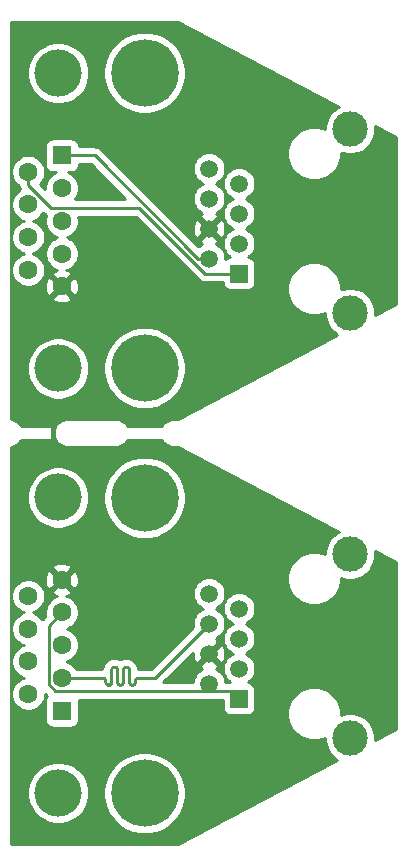
<source format=gbl>
G04 #@! TF.GenerationSoftware,KiCad,Pcbnew,5.1.9+dfsg1-1~bpo10+1*
G04 #@! TF.CreationDate,2021-11-01T07:07:17+00:00*
G04 #@! TF.ProjectId,rack-ser-adapter,7261636b-2d73-4657-922d-616461707465,rev?*
G04 #@! TF.SameCoordinates,Original*
G04 #@! TF.FileFunction,Copper,L2,Bot*
G04 #@! TF.FilePolarity,Positive*
%FSLAX46Y46*%
G04 Gerber Fmt 4.6, Leading zero omitted, Abs format (unit mm)*
G04 Created by KiCad (PCBNEW 5.1.9+dfsg1-1~bpo10+1) date 2021-11-01 07:07:17*
%MOMM*%
%LPD*%
G01*
G04 APERTURE LIST*
G04 #@! TA.AperFunction,ComponentPad*
%ADD10R,1.600000X1.600000*%
G04 #@! TD*
G04 #@! TA.AperFunction,ComponentPad*
%ADD11C,1.600000*%
G04 #@! TD*
G04 #@! TA.AperFunction,ComponentPad*
%ADD12C,4.000000*%
G04 #@! TD*
G04 #@! TA.AperFunction,ComponentPad*
%ADD13C,3.000000*%
G04 #@! TD*
G04 #@! TA.AperFunction,ComponentPad*
%ADD14C,1.500000*%
G04 #@! TD*
G04 #@! TA.AperFunction,ComponentPad*
%ADD15R,1.500000X1.500000*%
G04 #@! TD*
G04 #@! TA.AperFunction,ComponentPad*
%ADD16C,5.700000*%
G04 #@! TD*
G04 #@! TA.AperFunction,ViaPad*
%ADD17C,0.600000*%
G04 #@! TD*
G04 #@! TA.AperFunction,Conductor*
%ADD18C,0.250000*%
G04 #@! TD*
G04 #@! TA.AperFunction,Conductor*
%ADD19C,0.254000*%
G04 #@! TD*
G04 #@! TA.AperFunction,Conductor*
%ADD20C,0.100000*%
G04 #@! TD*
G04 APERTURE END LIST*
D10*
X105000000Y-129000000D03*
D11*
X105000000Y-126230000D03*
X105000000Y-123460000D03*
X105000000Y-120690000D03*
X105000000Y-117920000D03*
X102160000Y-127615000D03*
X102160000Y-124845000D03*
X102160000Y-122075000D03*
X102160000Y-119305000D03*
D12*
X104700000Y-110960000D03*
X104700000Y-135960000D03*
D13*
X129400000Y-79785000D03*
D14*
X120000000Y-89460000D03*
X120000000Y-86920000D03*
X117460000Y-88190000D03*
X120000000Y-84380000D03*
D15*
X120000000Y-92000000D03*
D14*
X117460000Y-90730000D03*
D13*
X129400000Y-95325000D03*
D14*
X117460000Y-83110000D03*
X117460000Y-85650000D03*
D16*
X112000000Y-75000000D03*
X112000000Y-100000000D03*
D10*
X105000000Y-82000000D03*
D11*
X105000000Y-84770000D03*
X105000000Y-87540000D03*
X105000000Y-90310000D03*
X105000000Y-93080000D03*
X102160000Y-83385000D03*
X102160000Y-86155000D03*
X102160000Y-88925000D03*
X102160000Y-91695000D03*
D12*
X104700000Y-75040000D03*
X104700000Y-100040000D03*
D16*
X112000000Y-111000000D03*
X112000000Y-136000000D03*
D13*
X129400000Y-115785000D03*
D14*
X120000000Y-125460000D03*
X120000000Y-122920000D03*
X117460000Y-124190000D03*
X120000000Y-120380000D03*
D15*
X120000000Y-128000000D03*
D14*
X117460000Y-126730000D03*
D13*
X129400000Y-131325000D03*
D14*
X117460000Y-119110000D03*
X117460000Y-121650000D03*
D17*
X112000000Y-84000000D03*
X114000000Y-84000000D03*
X108000000Y-84000000D03*
X109000000Y-85000000D03*
X110800000Y-120500000D03*
X114400000Y-120500000D03*
X120000000Y-117600000D03*
X112600000Y-117600000D03*
D18*
X116505408Y-90730000D02*
X117460000Y-90730000D01*
X107775408Y-82000000D02*
X116505408Y-90730000D01*
X105000000Y-82000000D02*
X107775408Y-82000000D01*
X117138998Y-92000000D02*
X120000000Y-92000000D01*
X111553997Y-86414999D02*
X117138998Y-92000000D01*
X104058629Y-86414999D02*
X111553997Y-86414999D01*
X102160000Y-84516370D02*
X104058629Y-86414999D01*
X102160000Y-83385000D02*
X102160000Y-84516370D01*
X113018713Y-126091287D02*
X117460000Y-121650000D01*
X112880000Y-126230000D02*
X113018713Y-126091287D01*
X111430000Y-126230000D02*
X112880000Y-126230000D01*
X111374369Y-126236268D02*
X111430000Y-126230000D01*
X111321529Y-126254757D02*
X111374369Y-126236268D01*
X111274127Y-126284542D02*
X111321529Y-126254757D01*
X111234542Y-126324127D02*
X111274127Y-126284542D01*
X111204757Y-126371529D02*
X111234542Y-126324127D01*
X111186268Y-126424369D02*
X111204757Y-126371529D01*
X111180000Y-126480000D02*
X111186268Y-126424369D01*
X111180000Y-126569245D02*
X111180000Y-126480000D01*
X111173731Y-126624875D02*
X111180000Y-126569245D01*
X111155242Y-126677715D02*
X111173731Y-126624875D01*
X111125457Y-126725117D02*
X111155242Y-126677715D01*
X111085872Y-126764702D02*
X111125457Y-126725117D01*
X111038470Y-126794487D02*
X111085872Y-126764702D01*
X110985630Y-126812976D02*
X111038470Y-126794487D01*
X110930000Y-126819245D02*
X110985630Y-126812976D01*
X110874369Y-126812976D02*
X110930000Y-126819245D01*
X110821529Y-126794487D02*
X110874369Y-126812976D01*
X110774127Y-126764702D02*
X110821529Y-126794487D01*
X110734542Y-126725117D02*
X110774127Y-126764702D01*
X110704757Y-126677715D02*
X110734542Y-126725117D01*
X110686268Y-126624875D02*
X110704757Y-126677715D01*
X110680000Y-126569245D02*
X110686268Y-126624875D01*
X110680000Y-125540755D02*
X110680000Y-126569245D01*
X110673731Y-125485125D02*
X110680000Y-125540755D01*
X110655242Y-125432285D02*
X110673731Y-125485125D01*
X110625457Y-125384883D02*
X110655242Y-125432285D01*
X110585872Y-125345298D02*
X110625457Y-125384883D01*
X110538470Y-125315513D02*
X110585872Y-125345298D01*
X110485630Y-125297024D02*
X110538470Y-125315513D01*
X110430000Y-125290755D02*
X110485630Y-125297024D01*
X110374369Y-125297024D02*
X110430000Y-125290755D01*
X110321529Y-125315513D02*
X110374369Y-125297024D01*
X109234542Y-125384883D02*
X109274127Y-125345298D01*
X108704757Y-126677715D02*
X108734542Y-126725117D01*
X109173731Y-126624875D02*
X109180000Y-126569245D01*
X109155242Y-126677715D02*
X109173731Y-126624875D01*
X109125457Y-126725117D02*
X109155242Y-126677715D01*
X109085872Y-126764702D02*
X109125457Y-126725117D01*
X109038470Y-126794487D02*
X109085872Y-126764702D01*
X108985630Y-126812976D02*
X109038470Y-126794487D01*
X108930000Y-126819245D02*
X108985630Y-126812976D01*
X108874369Y-126812976D02*
X108930000Y-126819245D01*
X108821529Y-126794487D02*
X108874369Y-126812976D01*
X109180000Y-125540755D02*
X109186268Y-125485125D01*
X105000000Y-126230000D02*
X108430000Y-126230000D01*
X109186268Y-125485125D02*
X109204757Y-125432285D01*
X108625457Y-126324127D02*
X108655242Y-126371529D01*
X109874369Y-126812976D02*
X109930000Y-126819245D01*
X108430000Y-126230000D02*
X108485630Y-126236268D01*
X108485630Y-126236268D02*
X108538470Y-126254757D01*
X108538470Y-126254757D02*
X108585872Y-126284542D01*
X108585872Y-126284542D02*
X108625457Y-126324127D01*
X109274127Y-125345298D02*
X109321529Y-125315513D01*
X108680000Y-126569245D02*
X108686268Y-126624875D01*
X109585872Y-125345298D02*
X109625457Y-125384883D01*
X109204757Y-125432285D02*
X109234542Y-125384883D01*
X108734542Y-126725117D02*
X108774127Y-126764702D01*
X109180000Y-126569245D02*
X109180000Y-125540755D01*
X108655242Y-126371529D02*
X108673731Y-126424369D01*
X108673731Y-126424369D02*
X108680000Y-126480000D01*
X108680000Y-126480000D02*
X108680000Y-126569245D01*
X110038470Y-126794487D02*
X110085872Y-126764702D01*
X108774127Y-126764702D02*
X108821529Y-126794487D01*
X108686268Y-126624875D02*
X108704757Y-126677715D01*
X109321529Y-125315513D02*
X109374369Y-125297024D01*
X109374369Y-125297024D02*
X109430000Y-125290755D01*
X109430000Y-125290755D02*
X109485630Y-125297024D01*
X109485630Y-125297024D02*
X109538470Y-125315513D01*
X109538470Y-125315513D02*
X109585872Y-125345298D01*
X109625457Y-125384883D02*
X109655242Y-125432285D01*
X109655242Y-125432285D02*
X109673731Y-125485125D01*
X109673731Y-125485125D02*
X109680000Y-125540755D01*
X109680000Y-125540755D02*
X109680000Y-126569245D01*
X109680000Y-126569245D02*
X109686268Y-126624875D01*
X109686268Y-126624875D02*
X109704757Y-126677715D01*
X109704757Y-126677715D02*
X109734542Y-126725117D01*
X110274127Y-125345298D02*
X110321529Y-125315513D01*
X109734542Y-126725117D02*
X109774127Y-126764702D01*
X109774127Y-126764702D02*
X109821529Y-126794487D01*
X109821529Y-126794487D02*
X109874369Y-126812976D01*
X109930000Y-126819245D02*
X109985630Y-126812976D01*
X109985630Y-126812976D02*
X110038470Y-126794487D01*
X110085872Y-126764702D02*
X110125457Y-126725117D01*
X110125457Y-126725117D02*
X110155242Y-126677715D01*
X110155242Y-126677715D02*
X110173731Y-126624875D01*
X110173731Y-126624875D02*
X110180000Y-126569245D01*
X110180000Y-126569245D02*
X110180000Y-125540755D01*
X110180000Y-125540755D02*
X110186268Y-125485125D01*
X110186268Y-125485125D02*
X110204757Y-125432285D01*
X110204757Y-125432285D02*
X110234542Y-125384883D01*
X110234542Y-125384883D02*
X110274127Y-125345298D01*
X119355001Y-127355001D02*
X120000000Y-128000000D01*
X104459999Y-127355001D02*
X119355001Y-127355001D01*
X116834999Y-127355001D02*
X117460000Y-126730000D01*
X104459999Y-127355001D02*
X116834999Y-127355001D01*
X103874999Y-126770001D02*
X104459999Y-127355001D01*
X103874999Y-121815001D02*
X103874999Y-126770001D01*
X105000000Y-120690000D02*
X103874999Y-121815001D01*
D19*
X128435450Y-77873623D02*
X128388698Y-77892988D01*
X128039017Y-78126637D01*
X127741637Y-78424017D01*
X127507988Y-78773698D01*
X127347047Y-79162244D01*
X127265000Y-79574721D01*
X127265000Y-79772799D01*
X127009218Y-79666851D01*
X126572591Y-79580000D01*
X126127409Y-79580000D01*
X125690782Y-79666851D01*
X125279489Y-79837214D01*
X124909334Y-80084544D01*
X124594544Y-80399334D01*
X124347214Y-80769489D01*
X124176851Y-81180782D01*
X124090000Y-81617409D01*
X124090000Y-82062591D01*
X124176851Y-82499218D01*
X124347214Y-82910511D01*
X124594544Y-83280666D01*
X124909334Y-83595456D01*
X125279489Y-83842786D01*
X125690782Y-84013149D01*
X126127409Y-84100000D01*
X126572591Y-84100000D01*
X127009218Y-84013149D01*
X127420511Y-83842786D01*
X127790666Y-83595456D01*
X128105456Y-83280666D01*
X128352786Y-82910511D01*
X128523149Y-82499218D01*
X128610000Y-82062591D01*
X128610000Y-81768678D01*
X128777244Y-81837953D01*
X129189721Y-81920000D01*
X129610279Y-81920000D01*
X130022756Y-81837953D01*
X130411302Y-81677012D01*
X130760983Y-81443363D01*
X131058363Y-81145983D01*
X131292012Y-80796302D01*
X131452953Y-80407756D01*
X131535000Y-79995279D01*
X131535000Y-79574721D01*
X131519502Y-79496808D01*
X133290000Y-80428649D01*
X133290001Y-94571350D01*
X131535000Y-95495035D01*
X131535000Y-95114721D01*
X131452953Y-94702244D01*
X131292012Y-94313698D01*
X131058363Y-93964017D01*
X130760983Y-93666637D01*
X130411302Y-93432988D01*
X130022756Y-93272047D01*
X129610279Y-93190000D01*
X129189721Y-93190000D01*
X128777244Y-93272047D01*
X128610000Y-93341322D01*
X128610000Y-93047409D01*
X128523149Y-92610782D01*
X128352786Y-92199489D01*
X128105456Y-91829334D01*
X127790666Y-91514544D01*
X127420511Y-91267214D01*
X127009218Y-91096851D01*
X126572591Y-91010000D01*
X126127409Y-91010000D01*
X125690782Y-91096851D01*
X125279489Y-91267214D01*
X124909334Y-91514544D01*
X124594544Y-91829334D01*
X124347214Y-92199489D01*
X124176851Y-92610782D01*
X124090000Y-93047409D01*
X124090000Y-93492591D01*
X124176851Y-93929218D01*
X124347214Y-94340511D01*
X124594544Y-94710666D01*
X124909334Y-95025456D01*
X125279489Y-95272786D01*
X125690782Y-95443149D01*
X126127409Y-95530000D01*
X126572591Y-95530000D01*
X127009218Y-95443149D01*
X127265000Y-95337201D01*
X127265000Y-95535279D01*
X127347047Y-95947756D01*
X127507988Y-96336302D01*
X127741637Y-96685983D01*
X128039017Y-96983363D01*
X128333420Y-97180077D01*
X114824566Y-104290000D01*
X114465123Y-104290000D01*
X114430225Y-104293437D01*
X114423738Y-104293437D01*
X114413879Y-104294473D01*
X114371913Y-104299180D01*
X114360816Y-104300273D01*
X114360022Y-104300514D01*
X114316905Y-104305350D01*
X114253977Y-104318726D01*
X114190832Y-104331229D01*
X114181362Y-104334160D01*
X114088347Y-104363666D01*
X114029187Y-104389022D01*
X113969705Y-104413539D01*
X113960985Y-104418254D01*
X113875472Y-104465265D01*
X113822391Y-104501610D01*
X113768772Y-104537235D01*
X113761134Y-104543554D01*
X113686382Y-104606279D01*
X113641370Y-104652244D01*
X113595700Y-104697596D01*
X113589435Y-104705278D01*
X113528289Y-104781328D01*
X113493059Y-104835164D01*
X113467539Y-104873000D01*
X110532520Y-104873000D01*
X110503102Y-104829388D01*
X110467848Y-104775514D01*
X110461582Y-104767832D01*
X110399381Y-104692643D01*
X110353731Y-104647311D01*
X110308701Y-104601327D01*
X110301062Y-104595008D01*
X110225441Y-104533332D01*
X110171853Y-104497728D01*
X110118738Y-104461359D01*
X110110017Y-104456644D01*
X110023856Y-104410832D01*
X109964388Y-104386321D01*
X109905220Y-104360962D01*
X109895751Y-104358031D01*
X109802333Y-104329826D01*
X109739213Y-104317328D01*
X109676257Y-104303946D01*
X109666398Y-104302910D01*
X109569281Y-104293388D01*
X109569277Y-104293388D01*
X109534877Y-104290000D01*
X105465123Y-104290000D01*
X105430225Y-104293437D01*
X105423738Y-104293437D01*
X105413879Y-104294473D01*
X105371913Y-104299180D01*
X105360816Y-104300273D01*
X105360022Y-104300514D01*
X105316905Y-104305350D01*
X105253977Y-104318726D01*
X105190832Y-104331229D01*
X105181362Y-104334160D01*
X105088347Y-104363666D01*
X105029187Y-104389022D01*
X104969705Y-104413539D01*
X104960985Y-104418254D01*
X104875472Y-104465265D01*
X104822391Y-104501610D01*
X104768772Y-104537235D01*
X104761134Y-104543554D01*
X104686382Y-104606279D01*
X104641370Y-104652244D01*
X104595700Y-104697596D01*
X104589435Y-104705278D01*
X104528289Y-104781328D01*
X104493059Y-104835164D01*
X104457067Y-104888525D01*
X104452413Y-104897278D01*
X104407203Y-104983758D01*
X104383105Y-105043403D01*
X104358161Y-105102741D01*
X104355296Y-105112232D01*
X104327744Y-105205843D01*
X104315690Y-105269035D01*
X104302745Y-105332095D01*
X104301778Y-105341961D01*
X104292934Y-105439144D01*
X104293383Y-105503458D01*
X104292934Y-105567839D01*
X104293901Y-105577705D01*
X104304101Y-105674754D01*
X104317045Y-105737811D01*
X104329099Y-105801001D01*
X104331964Y-105810491D01*
X104360820Y-105903710D01*
X104385752Y-105963021D01*
X104409865Y-106022702D01*
X104414519Y-106031454D01*
X104460932Y-106117292D01*
X104496898Y-106170612D01*
X104532152Y-106224486D01*
X104538417Y-106232168D01*
X104600619Y-106307357D01*
X104646269Y-106352689D01*
X104691299Y-106398673D01*
X104698938Y-106404992D01*
X104774559Y-106466668D01*
X104828147Y-106502272D01*
X104881262Y-106538641D01*
X104889983Y-106543356D01*
X104976144Y-106589168D01*
X105035612Y-106613679D01*
X105094780Y-106639038D01*
X105104249Y-106641969D01*
X105197667Y-106670174D01*
X105260787Y-106682672D01*
X105323743Y-106696054D01*
X105333602Y-106697090D01*
X105430719Y-106706612D01*
X105430723Y-106706612D01*
X105465123Y-106710000D01*
X109534877Y-106710000D01*
X109569775Y-106706563D01*
X109576262Y-106706563D01*
X109586120Y-106705527D01*
X109628082Y-106700820D01*
X109639184Y-106699727D01*
X109639978Y-106699486D01*
X109683095Y-106694650D01*
X109746017Y-106681276D01*
X109809168Y-106668771D01*
X109818638Y-106665840D01*
X109911653Y-106636334D01*
X109970813Y-106610978D01*
X110030295Y-106586461D01*
X110039015Y-106581746D01*
X110124528Y-106534735D01*
X110177609Y-106498390D01*
X110231228Y-106462765D01*
X110238866Y-106456446D01*
X110313618Y-106393721D01*
X110358630Y-106347756D01*
X110404300Y-106302404D01*
X110410565Y-106294722D01*
X110471711Y-106218672D01*
X110506963Y-106164802D01*
X110532461Y-106127000D01*
X113467480Y-106127000D01*
X113496898Y-106170612D01*
X113532152Y-106224486D01*
X113538417Y-106232168D01*
X113600619Y-106307357D01*
X113646269Y-106352689D01*
X113691299Y-106398673D01*
X113698938Y-106404992D01*
X113774559Y-106466668D01*
X113828147Y-106502272D01*
X113881262Y-106538641D01*
X113889983Y-106543356D01*
X113976144Y-106589168D01*
X114035612Y-106613679D01*
X114094780Y-106639038D01*
X114104249Y-106641969D01*
X114197667Y-106670174D01*
X114260787Y-106682672D01*
X114323743Y-106696054D01*
X114333602Y-106697090D01*
X114430719Y-106706612D01*
X114430723Y-106706612D01*
X114465123Y-106710000D01*
X114824566Y-106710000D01*
X128435450Y-113873623D01*
X128388698Y-113892988D01*
X128039017Y-114126637D01*
X127741637Y-114424017D01*
X127507988Y-114773698D01*
X127347047Y-115162244D01*
X127265000Y-115574721D01*
X127265000Y-115772799D01*
X127009218Y-115666851D01*
X126572591Y-115580000D01*
X126127409Y-115580000D01*
X125690782Y-115666851D01*
X125279489Y-115837214D01*
X124909334Y-116084544D01*
X124594544Y-116399334D01*
X124347214Y-116769489D01*
X124176851Y-117180782D01*
X124090000Y-117617409D01*
X124090000Y-118062591D01*
X124176851Y-118499218D01*
X124347214Y-118910511D01*
X124594544Y-119280666D01*
X124909334Y-119595456D01*
X125279489Y-119842786D01*
X125690782Y-120013149D01*
X126127409Y-120100000D01*
X126572591Y-120100000D01*
X127009218Y-120013149D01*
X127420511Y-119842786D01*
X127790666Y-119595456D01*
X128105456Y-119280666D01*
X128352786Y-118910511D01*
X128523149Y-118499218D01*
X128610000Y-118062591D01*
X128610000Y-117768678D01*
X128777244Y-117837953D01*
X129189721Y-117920000D01*
X129610279Y-117920000D01*
X130022756Y-117837953D01*
X130411302Y-117677012D01*
X130760983Y-117443363D01*
X131058363Y-117145983D01*
X131292012Y-116796302D01*
X131452953Y-116407756D01*
X131535000Y-115995279D01*
X131535000Y-115574721D01*
X131519502Y-115496808D01*
X133290000Y-116428649D01*
X133290001Y-130571350D01*
X131535000Y-131495035D01*
X131535000Y-131114721D01*
X131452953Y-130702244D01*
X131292012Y-130313698D01*
X131058363Y-129964017D01*
X130760983Y-129666637D01*
X130411302Y-129432988D01*
X130022756Y-129272047D01*
X129610279Y-129190000D01*
X129189721Y-129190000D01*
X128777244Y-129272047D01*
X128610000Y-129341322D01*
X128610000Y-129047409D01*
X128523149Y-128610782D01*
X128352786Y-128199489D01*
X128105456Y-127829334D01*
X127790666Y-127514544D01*
X127420511Y-127267214D01*
X127009218Y-127096851D01*
X126572591Y-127010000D01*
X126127409Y-127010000D01*
X125690782Y-127096851D01*
X125279489Y-127267214D01*
X124909334Y-127514544D01*
X124594544Y-127829334D01*
X124347214Y-128199489D01*
X124176851Y-128610782D01*
X124090000Y-129047409D01*
X124090000Y-129492591D01*
X124176851Y-129929218D01*
X124347214Y-130340511D01*
X124594544Y-130710666D01*
X124909334Y-131025456D01*
X125279489Y-131272786D01*
X125690782Y-131443149D01*
X126127409Y-131530000D01*
X126572591Y-131530000D01*
X127009218Y-131443149D01*
X127265000Y-131337201D01*
X127265000Y-131535279D01*
X127347047Y-131947756D01*
X127507988Y-132336302D01*
X127741637Y-132685983D01*
X128039017Y-132983363D01*
X128333420Y-133180077D01*
X114824566Y-140290000D01*
X100710000Y-140290000D01*
X100710000Y-135700475D01*
X102065000Y-135700475D01*
X102065000Y-136219525D01*
X102166261Y-136728601D01*
X102364893Y-137208141D01*
X102653262Y-137639715D01*
X103020285Y-138006738D01*
X103451859Y-138295107D01*
X103931399Y-138493739D01*
X104440475Y-138595000D01*
X104959525Y-138595000D01*
X105468601Y-138493739D01*
X105948141Y-138295107D01*
X106379715Y-138006738D01*
X106746738Y-137639715D01*
X107035107Y-137208141D01*
X107233739Y-136728601D01*
X107335000Y-136219525D01*
X107335000Y-135700475D01*
X107326305Y-135656758D01*
X108515000Y-135656758D01*
X108515000Y-136343242D01*
X108648927Y-137016537D01*
X108911633Y-137650766D01*
X109293024Y-138221558D01*
X109778442Y-138706976D01*
X110349234Y-139088367D01*
X110983463Y-139351073D01*
X111656758Y-139485000D01*
X112343242Y-139485000D01*
X113016537Y-139351073D01*
X113650766Y-139088367D01*
X114221558Y-138706976D01*
X114706976Y-138221558D01*
X115088367Y-137650766D01*
X115351073Y-137016537D01*
X115485000Y-136343242D01*
X115485000Y-135656758D01*
X115351073Y-134983463D01*
X115088367Y-134349234D01*
X114706976Y-133778442D01*
X114221558Y-133293024D01*
X113650766Y-132911633D01*
X113016537Y-132648927D01*
X112343242Y-132515000D01*
X111656758Y-132515000D01*
X110983463Y-132648927D01*
X110349234Y-132911633D01*
X109778442Y-133293024D01*
X109293024Y-133778442D01*
X108911633Y-134349234D01*
X108648927Y-134983463D01*
X108515000Y-135656758D01*
X107326305Y-135656758D01*
X107233739Y-135191399D01*
X107035107Y-134711859D01*
X106746738Y-134280285D01*
X106379715Y-133913262D01*
X105948141Y-133624893D01*
X105468601Y-133426261D01*
X104959525Y-133325000D01*
X104440475Y-133325000D01*
X103931399Y-133426261D01*
X103451859Y-133624893D01*
X103020285Y-133913262D01*
X102653262Y-134280285D01*
X102364893Y-134711859D01*
X102166261Y-135191399D01*
X102065000Y-135700475D01*
X100710000Y-135700475D01*
X100710000Y-119163665D01*
X100725000Y-119163665D01*
X100725000Y-119446335D01*
X100780147Y-119723574D01*
X100888320Y-119984727D01*
X101045363Y-120219759D01*
X101245241Y-120419637D01*
X101480273Y-120576680D01*
X101741426Y-120684853D01*
X101767301Y-120690000D01*
X101741426Y-120695147D01*
X101480273Y-120803320D01*
X101245241Y-120960363D01*
X101045363Y-121160241D01*
X100888320Y-121395273D01*
X100780147Y-121656426D01*
X100725000Y-121933665D01*
X100725000Y-122216335D01*
X100780147Y-122493574D01*
X100888320Y-122754727D01*
X101045363Y-122989759D01*
X101245241Y-123189637D01*
X101480273Y-123346680D01*
X101741426Y-123454853D01*
X101767301Y-123460000D01*
X101741426Y-123465147D01*
X101480273Y-123573320D01*
X101245241Y-123730363D01*
X101045363Y-123930241D01*
X100888320Y-124165273D01*
X100780147Y-124426426D01*
X100725000Y-124703665D01*
X100725000Y-124986335D01*
X100780147Y-125263574D01*
X100888320Y-125524727D01*
X101045363Y-125759759D01*
X101245241Y-125959637D01*
X101480273Y-126116680D01*
X101741426Y-126224853D01*
X101767301Y-126230000D01*
X101741426Y-126235147D01*
X101480273Y-126343320D01*
X101245241Y-126500363D01*
X101045363Y-126700241D01*
X100888320Y-126935273D01*
X100780147Y-127196426D01*
X100725000Y-127473665D01*
X100725000Y-127756335D01*
X100780147Y-128033574D01*
X100888320Y-128294727D01*
X101045363Y-128529759D01*
X101245241Y-128729637D01*
X101480273Y-128886680D01*
X101741426Y-128994853D01*
X102018665Y-129050000D01*
X102301335Y-129050000D01*
X102578574Y-128994853D01*
X102839727Y-128886680D01*
X103074759Y-128729637D01*
X103274637Y-128529759D01*
X103431680Y-128294727D01*
X103539853Y-128033574D01*
X103595000Y-127756335D01*
X103595000Y-127564803D01*
X103765400Y-127735204D01*
X103748815Y-127748815D01*
X103669463Y-127845506D01*
X103610498Y-127955820D01*
X103574188Y-128075518D01*
X103561928Y-128200000D01*
X103561928Y-129800000D01*
X103574188Y-129924482D01*
X103610498Y-130044180D01*
X103669463Y-130154494D01*
X103748815Y-130251185D01*
X103845506Y-130330537D01*
X103955820Y-130389502D01*
X104075518Y-130425812D01*
X104200000Y-130438072D01*
X105800000Y-130438072D01*
X105924482Y-130425812D01*
X106044180Y-130389502D01*
X106154494Y-130330537D01*
X106251185Y-130251185D01*
X106330537Y-130154494D01*
X106389502Y-130044180D01*
X106425812Y-129924482D01*
X106438072Y-129800000D01*
X106438072Y-128200000D01*
X106429701Y-128115001D01*
X116797677Y-128115001D01*
X116834999Y-128118677D01*
X116872321Y-128115001D01*
X118611928Y-128115001D01*
X118611928Y-128750000D01*
X118624188Y-128874482D01*
X118660498Y-128994180D01*
X118719463Y-129104494D01*
X118798815Y-129201185D01*
X118895506Y-129280537D01*
X119005820Y-129339502D01*
X119125518Y-129375812D01*
X119250000Y-129388072D01*
X120750000Y-129388072D01*
X120874482Y-129375812D01*
X120994180Y-129339502D01*
X121104494Y-129280537D01*
X121201185Y-129201185D01*
X121280537Y-129104494D01*
X121339502Y-128994180D01*
X121375812Y-128874482D01*
X121388072Y-128750000D01*
X121388072Y-127250000D01*
X121375812Y-127125518D01*
X121339502Y-127005820D01*
X121280537Y-126895506D01*
X121201185Y-126798815D01*
X121104494Y-126719463D01*
X120994180Y-126660498D01*
X120874482Y-126624188D01*
X120766517Y-126613555D01*
X120882886Y-126535799D01*
X121075799Y-126342886D01*
X121227371Y-126116043D01*
X121331775Y-125863989D01*
X121385000Y-125596411D01*
X121385000Y-125323589D01*
X121331775Y-125056011D01*
X121227371Y-124803957D01*
X121075799Y-124577114D01*
X120882886Y-124384201D01*
X120656043Y-124232629D01*
X120553127Y-124190000D01*
X120656043Y-124147371D01*
X120882886Y-123995799D01*
X121075799Y-123802886D01*
X121227371Y-123576043D01*
X121331775Y-123323989D01*
X121385000Y-123056411D01*
X121385000Y-122783589D01*
X121331775Y-122516011D01*
X121227371Y-122263957D01*
X121075799Y-122037114D01*
X120882886Y-121844201D01*
X120656043Y-121692629D01*
X120553127Y-121650000D01*
X120656043Y-121607371D01*
X120882886Y-121455799D01*
X121075799Y-121262886D01*
X121227371Y-121036043D01*
X121331775Y-120783989D01*
X121385000Y-120516411D01*
X121385000Y-120243589D01*
X121331775Y-119976011D01*
X121227371Y-119723957D01*
X121075799Y-119497114D01*
X120882886Y-119304201D01*
X120656043Y-119152629D01*
X120403989Y-119048225D01*
X120136411Y-118995000D01*
X119863589Y-118995000D01*
X119596011Y-119048225D01*
X119343957Y-119152629D01*
X119117114Y-119304201D01*
X118924201Y-119497114D01*
X118772629Y-119723957D01*
X118668225Y-119976011D01*
X118615000Y-120243589D01*
X118615000Y-120516411D01*
X118668225Y-120783989D01*
X118772629Y-121036043D01*
X118924201Y-121262886D01*
X119117114Y-121455799D01*
X119343957Y-121607371D01*
X119446873Y-121650000D01*
X119343957Y-121692629D01*
X119117114Y-121844201D01*
X118924201Y-122037114D01*
X118772629Y-122263957D01*
X118668225Y-122516011D01*
X118615000Y-122783589D01*
X118615000Y-123056411D01*
X118668225Y-123323989D01*
X118772629Y-123576043D01*
X118924201Y-123802886D01*
X119117114Y-123995799D01*
X119343957Y-124147371D01*
X119446873Y-124190000D01*
X119343957Y-124232629D01*
X119117114Y-124384201D01*
X118924201Y-124577114D01*
X118772629Y-124803957D01*
X118668225Y-125056011D01*
X118615000Y-125323589D01*
X118615000Y-125596411D01*
X118668225Y-125863989D01*
X118772629Y-126116043D01*
X118924201Y-126342886D01*
X119117114Y-126535799D01*
X119205716Y-126595001D01*
X118845000Y-126595001D01*
X118845000Y-126593589D01*
X118791775Y-126326011D01*
X118687371Y-126073957D01*
X118535799Y-125847114D01*
X118342886Y-125654201D01*
X118116043Y-125502629D01*
X118016721Y-125461489D01*
X118058832Y-125446277D01*
X118171863Y-125385860D01*
X118237388Y-125146993D01*
X117460000Y-124369605D01*
X116682612Y-125146993D01*
X116748137Y-125385860D01*
X116906477Y-125460164D01*
X116803957Y-125502629D01*
X116577114Y-125654201D01*
X116384201Y-125847114D01*
X116232629Y-126073957D01*
X116128225Y-126326011D01*
X116075000Y-126593589D01*
X116075000Y-126595001D01*
X113589800Y-126595001D01*
X116077334Y-124107468D01*
X116070188Y-124262492D01*
X116111035Y-124532238D01*
X116203723Y-124788832D01*
X116264140Y-124901863D01*
X116503007Y-124967388D01*
X117280395Y-124190000D01*
X117639605Y-124190000D01*
X118416993Y-124967388D01*
X118655860Y-124901863D01*
X118771760Y-124654884D01*
X118837250Y-124390040D01*
X118849812Y-124117508D01*
X118808965Y-123847762D01*
X118716277Y-123591168D01*
X118655860Y-123478137D01*
X118416993Y-123412612D01*
X117639605Y-124190000D01*
X117280395Y-124190000D01*
X117266253Y-124175858D01*
X117445858Y-123996253D01*
X117460000Y-124010395D01*
X118237388Y-123233007D01*
X118171863Y-122994140D01*
X118013523Y-122919836D01*
X118116043Y-122877371D01*
X118342886Y-122725799D01*
X118535799Y-122532886D01*
X118687371Y-122306043D01*
X118791775Y-122053989D01*
X118845000Y-121786411D01*
X118845000Y-121513589D01*
X118791775Y-121246011D01*
X118687371Y-120993957D01*
X118535799Y-120767114D01*
X118342886Y-120574201D01*
X118116043Y-120422629D01*
X118013127Y-120380000D01*
X118116043Y-120337371D01*
X118342886Y-120185799D01*
X118535799Y-119992886D01*
X118687371Y-119766043D01*
X118791775Y-119513989D01*
X118845000Y-119246411D01*
X118845000Y-118973589D01*
X118791775Y-118706011D01*
X118687371Y-118453957D01*
X118535799Y-118227114D01*
X118342886Y-118034201D01*
X118116043Y-117882629D01*
X117863989Y-117778225D01*
X117596411Y-117725000D01*
X117323589Y-117725000D01*
X117056011Y-117778225D01*
X116803957Y-117882629D01*
X116577114Y-118034201D01*
X116384201Y-118227114D01*
X116232629Y-118453957D01*
X116128225Y-118706011D01*
X116075000Y-118973589D01*
X116075000Y-119246411D01*
X116128225Y-119513989D01*
X116232629Y-119766043D01*
X116384201Y-119992886D01*
X116577114Y-120185799D01*
X116803957Y-120337371D01*
X116906873Y-120380000D01*
X116803957Y-120422629D01*
X116577114Y-120574201D01*
X116384201Y-120767114D01*
X116232629Y-120993957D01*
X116128225Y-121246011D01*
X116075000Y-121513589D01*
X116075000Y-121786411D01*
X116103833Y-121931365D01*
X112565199Y-125470000D01*
X111499471Y-125470000D01*
X111494188Y-125469026D01*
X111436818Y-125469830D01*
X111435816Y-125460944D01*
X111431571Y-125417845D01*
X111429910Y-125378377D01*
X111414748Y-125315993D01*
X111401339Y-125253202D01*
X111382277Y-125208951D01*
X111381395Y-125206429D01*
X111368704Y-125159938D01*
X111340043Y-125102498D01*
X111313009Y-125044286D01*
X111284572Y-125005374D01*
X111283149Y-125003110D01*
X111260431Y-124960608D01*
X111219703Y-124910981D01*
X111180387Y-124860237D01*
X111144008Y-124828633D01*
X111142122Y-124826747D01*
X111110518Y-124790368D01*
X111059781Y-124751058D01*
X111010148Y-124710324D01*
X110967642Y-124687604D01*
X110965378Y-124686182D01*
X110926469Y-124657746D01*
X110868257Y-124630712D01*
X110810817Y-124602051D01*
X110764324Y-124589360D01*
X110761806Y-124588479D01*
X110717553Y-124569416D01*
X110654758Y-124556006D01*
X110592378Y-124540845D01*
X110544241Y-124538819D01*
X110541577Y-124538519D01*
X110494175Y-124529780D01*
X110430001Y-124530681D01*
X110365827Y-124529780D01*
X110318426Y-124538518D01*
X110315760Y-124538819D01*
X110267621Y-124540845D01*
X110205229Y-124556009D01*
X110142447Y-124569416D01*
X110098196Y-124588477D01*
X110095673Y-124589360D01*
X110049182Y-124602051D01*
X109991742Y-124630712D01*
X109933530Y-124657746D01*
X109929999Y-124660326D01*
X109926469Y-124657746D01*
X109868257Y-124630712D01*
X109810817Y-124602051D01*
X109764324Y-124589360D01*
X109761806Y-124588479D01*
X109717553Y-124569416D01*
X109654758Y-124556006D01*
X109592378Y-124540845D01*
X109544241Y-124538819D01*
X109541577Y-124538519D01*
X109494175Y-124529780D01*
X109430001Y-124530681D01*
X109365827Y-124529780D01*
X109318426Y-124538518D01*
X109315760Y-124538819D01*
X109267621Y-124540845D01*
X109205229Y-124556009D01*
X109142447Y-124569416D01*
X109098196Y-124588477D01*
X109095673Y-124589360D01*
X109049182Y-124602051D01*
X108991742Y-124630712D01*
X108933530Y-124657746D01*
X108894618Y-124686183D01*
X108892354Y-124687606D01*
X108849852Y-124710324D01*
X108800225Y-124751052D01*
X108749481Y-124790368D01*
X108717877Y-124826747D01*
X108715991Y-124828633D01*
X108679612Y-124860237D01*
X108640302Y-124910974D01*
X108599568Y-124960607D01*
X108576848Y-125003113D01*
X108575426Y-125005377D01*
X108546990Y-125044286D01*
X108519956Y-125102498D01*
X108491295Y-125159938D01*
X108478604Y-125206431D01*
X108477720Y-125208955D01*
X108458656Y-125253215D01*
X108445249Y-125316000D01*
X108430089Y-125378377D01*
X108428426Y-125417881D01*
X108424191Y-125460884D01*
X108423183Y-125469830D01*
X108365813Y-125469026D01*
X108360530Y-125470000D01*
X106218043Y-125470000D01*
X106114637Y-125315241D01*
X105914759Y-125115363D01*
X105679727Y-124958320D01*
X105418574Y-124850147D01*
X105392699Y-124845000D01*
X105418574Y-124839853D01*
X105679727Y-124731680D01*
X105914759Y-124574637D01*
X106114637Y-124374759D01*
X106271680Y-124139727D01*
X106379853Y-123878574D01*
X106435000Y-123601335D01*
X106435000Y-123318665D01*
X106379853Y-123041426D01*
X106271680Y-122780273D01*
X106114637Y-122545241D01*
X105914759Y-122345363D01*
X105679727Y-122188320D01*
X105418574Y-122080147D01*
X105392699Y-122075000D01*
X105418574Y-122069853D01*
X105679727Y-121961680D01*
X105914759Y-121804637D01*
X106114637Y-121604759D01*
X106271680Y-121369727D01*
X106379853Y-121108574D01*
X106435000Y-120831335D01*
X106435000Y-120548665D01*
X106379853Y-120271426D01*
X106271680Y-120010273D01*
X106114637Y-119775241D01*
X105914759Y-119575363D01*
X105679727Y-119418320D01*
X105418574Y-119310147D01*
X105390118Y-119304487D01*
X105616292Y-119223603D01*
X105741514Y-119156671D01*
X105813097Y-118912702D01*
X105000000Y-118099605D01*
X104186903Y-118912702D01*
X104258486Y-119156671D01*
X104513996Y-119277571D01*
X104616289Y-119303212D01*
X104581426Y-119310147D01*
X104320273Y-119418320D01*
X104085241Y-119575363D01*
X103885363Y-119775241D01*
X103728320Y-120010273D01*
X103620147Y-120271426D01*
X103565000Y-120548665D01*
X103565000Y-120831335D01*
X103601312Y-121013887D01*
X103364001Y-121251197D01*
X103345537Y-121266351D01*
X103274637Y-121160241D01*
X103074759Y-120960363D01*
X102839727Y-120803320D01*
X102578574Y-120695147D01*
X102552699Y-120690000D01*
X102578574Y-120684853D01*
X102839727Y-120576680D01*
X103074759Y-120419637D01*
X103274637Y-120219759D01*
X103431680Y-119984727D01*
X103539853Y-119723574D01*
X103595000Y-119446335D01*
X103595000Y-119163665D01*
X103539853Y-118886426D01*
X103431680Y-118625273D01*
X103274637Y-118390241D01*
X103074759Y-118190363D01*
X102839727Y-118033320D01*
X102736380Y-117990512D01*
X103559783Y-117990512D01*
X103601213Y-118270130D01*
X103696397Y-118536292D01*
X103763329Y-118661514D01*
X104007298Y-118733097D01*
X104820395Y-117920000D01*
X105179605Y-117920000D01*
X105992702Y-118733097D01*
X106236671Y-118661514D01*
X106357571Y-118406004D01*
X106426300Y-118131816D01*
X106440217Y-117849488D01*
X106398787Y-117569870D01*
X106303603Y-117303708D01*
X106236671Y-117178486D01*
X105992702Y-117106903D01*
X105179605Y-117920000D01*
X104820395Y-117920000D01*
X104007298Y-117106903D01*
X103763329Y-117178486D01*
X103642429Y-117433996D01*
X103573700Y-117708184D01*
X103559783Y-117990512D01*
X102736380Y-117990512D01*
X102578574Y-117925147D01*
X102301335Y-117870000D01*
X102018665Y-117870000D01*
X101741426Y-117925147D01*
X101480273Y-118033320D01*
X101245241Y-118190363D01*
X101045363Y-118390241D01*
X100888320Y-118625273D01*
X100780147Y-118886426D01*
X100725000Y-119163665D01*
X100710000Y-119163665D01*
X100710000Y-116927298D01*
X104186903Y-116927298D01*
X105000000Y-117740395D01*
X105813097Y-116927298D01*
X105741514Y-116683329D01*
X105486004Y-116562429D01*
X105211816Y-116493700D01*
X104929488Y-116479783D01*
X104649870Y-116521213D01*
X104383708Y-116616397D01*
X104258486Y-116683329D01*
X104186903Y-116927298D01*
X100710000Y-116927298D01*
X100710000Y-110700475D01*
X102065000Y-110700475D01*
X102065000Y-111219525D01*
X102166261Y-111728601D01*
X102364893Y-112208141D01*
X102653262Y-112639715D01*
X103020285Y-113006738D01*
X103451859Y-113295107D01*
X103931399Y-113493739D01*
X104440475Y-113595000D01*
X104959525Y-113595000D01*
X105468601Y-113493739D01*
X105948141Y-113295107D01*
X106379715Y-113006738D01*
X106746738Y-112639715D01*
X107035107Y-112208141D01*
X107233739Y-111728601D01*
X107335000Y-111219525D01*
X107335000Y-110700475D01*
X107326305Y-110656758D01*
X108515000Y-110656758D01*
X108515000Y-111343242D01*
X108648927Y-112016537D01*
X108911633Y-112650766D01*
X109293024Y-113221558D01*
X109778442Y-113706976D01*
X110349234Y-114088367D01*
X110983463Y-114351073D01*
X111656758Y-114485000D01*
X112343242Y-114485000D01*
X113016537Y-114351073D01*
X113650766Y-114088367D01*
X114221558Y-113706976D01*
X114706976Y-113221558D01*
X115088367Y-112650766D01*
X115351073Y-112016537D01*
X115485000Y-111343242D01*
X115485000Y-110656758D01*
X115351073Y-109983463D01*
X115088367Y-109349234D01*
X114706976Y-108778442D01*
X114221558Y-108293024D01*
X113650766Y-107911633D01*
X113016537Y-107648927D01*
X112343242Y-107515000D01*
X111656758Y-107515000D01*
X110983463Y-107648927D01*
X110349234Y-107911633D01*
X109778442Y-108293024D01*
X109293024Y-108778442D01*
X108911633Y-109349234D01*
X108648927Y-109983463D01*
X108515000Y-110656758D01*
X107326305Y-110656758D01*
X107233739Y-110191399D01*
X107035107Y-109711859D01*
X106746738Y-109280285D01*
X106379715Y-108913262D01*
X105948141Y-108624893D01*
X105468601Y-108426261D01*
X104959525Y-108325000D01*
X104440475Y-108325000D01*
X103931399Y-108426261D01*
X103451859Y-108624893D01*
X103020285Y-108913262D01*
X102653262Y-109280285D01*
X102364893Y-109711859D01*
X102166261Y-110191399D01*
X102065000Y-110700475D01*
X100710000Y-110700475D01*
X100710000Y-106688931D01*
X100746017Y-106681276D01*
X100809168Y-106668771D01*
X100818638Y-106665840D01*
X100911653Y-106636334D01*
X100970813Y-106610978D01*
X101030295Y-106586461D01*
X101039015Y-106581746D01*
X101124528Y-106534735D01*
X101177609Y-106498390D01*
X101231228Y-106462765D01*
X101238866Y-106456446D01*
X101313618Y-106393721D01*
X101358630Y-106347756D01*
X101404300Y-106302404D01*
X101410565Y-106294722D01*
X101471711Y-106218672D01*
X101506963Y-106164802D01*
X101532461Y-106127000D01*
X104000000Y-106127000D01*
X104024776Y-106124560D01*
X104048601Y-106117333D01*
X104070557Y-106105597D01*
X104089803Y-106089803D01*
X104105597Y-106070557D01*
X104117333Y-106048601D01*
X104124560Y-106024776D01*
X104127000Y-106000000D01*
X104127000Y-105000000D01*
X104124560Y-104975224D01*
X104117333Y-104951399D01*
X104105597Y-104929443D01*
X104089803Y-104910197D01*
X104070557Y-104894403D01*
X104048601Y-104882667D01*
X104024776Y-104875440D01*
X104000000Y-104873000D01*
X101532520Y-104873000D01*
X101503102Y-104829388D01*
X101467848Y-104775514D01*
X101461582Y-104767832D01*
X101399381Y-104692643D01*
X101353731Y-104647311D01*
X101308701Y-104601327D01*
X101301062Y-104595008D01*
X101225441Y-104533332D01*
X101171853Y-104497728D01*
X101118738Y-104461359D01*
X101110017Y-104456644D01*
X101023856Y-104410832D01*
X100964388Y-104386321D01*
X100905220Y-104360962D01*
X100895751Y-104358031D01*
X100802333Y-104329826D01*
X100739213Y-104317328D01*
X100710000Y-104311118D01*
X100710000Y-99780475D01*
X102065000Y-99780475D01*
X102065000Y-100299525D01*
X102166261Y-100808601D01*
X102364893Y-101288141D01*
X102653262Y-101719715D01*
X103020285Y-102086738D01*
X103451859Y-102375107D01*
X103931399Y-102573739D01*
X104440475Y-102675000D01*
X104959525Y-102675000D01*
X105468601Y-102573739D01*
X105948141Y-102375107D01*
X106379715Y-102086738D01*
X106746738Y-101719715D01*
X107035107Y-101288141D01*
X107233739Y-100808601D01*
X107335000Y-100299525D01*
X107335000Y-99780475D01*
X107310392Y-99656758D01*
X108515000Y-99656758D01*
X108515000Y-100343242D01*
X108648927Y-101016537D01*
X108911633Y-101650766D01*
X109293024Y-102221558D01*
X109778442Y-102706976D01*
X110349234Y-103088367D01*
X110983463Y-103351073D01*
X111656758Y-103485000D01*
X112343242Y-103485000D01*
X113016537Y-103351073D01*
X113650766Y-103088367D01*
X114221558Y-102706976D01*
X114706976Y-102221558D01*
X115088367Y-101650766D01*
X115351073Y-101016537D01*
X115485000Y-100343242D01*
X115485000Y-99656758D01*
X115351073Y-98983463D01*
X115088367Y-98349234D01*
X114706976Y-97778442D01*
X114221558Y-97293024D01*
X113650766Y-96911633D01*
X113016537Y-96648927D01*
X112343242Y-96515000D01*
X111656758Y-96515000D01*
X110983463Y-96648927D01*
X110349234Y-96911633D01*
X109778442Y-97293024D01*
X109293024Y-97778442D01*
X108911633Y-98349234D01*
X108648927Y-98983463D01*
X108515000Y-99656758D01*
X107310392Y-99656758D01*
X107233739Y-99271399D01*
X107035107Y-98791859D01*
X106746738Y-98360285D01*
X106379715Y-97993262D01*
X105948141Y-97704893D01*
X105468601Y-97506261D01*
X104959525Y-97405000D01*
X104440475Y-97405000D01*
X103931399Y-97506261D01*
X103451859Y-97704893D01*
X103020285Y-97993262D01*
X102653262Y-98360285D01*
X102364893Y-98791859D01*
X102166261Y-99271399D01*
X102065000Y-99780475D01*
X100710000Y-99780475D01*
X100710000Y-94072702D01*
X104186903Y-94072702D01*
X104258486Y-94316671D01*
X104513996Y-94437571D01*
X104788184Y-94506300D01*
X105070512Y-94520217D01*
X105350130Y-94478787D01*
X105616292Y-94383603D01*
X105741514Y-94316671D01*
X105813097Y-94072702D01*
X105000000Y-93259605D01*
X104186903Y-94072702D01*
X100710000Y-94072702D01*
X100710000Y-93150512D01*
X103559783Y-93150512D01*
X103601213Y-93430130D01*
X103696397Y-93696292D01*
X103763329Y-93821514D01*
X104007298Y-93893097D01*
X104820395Y-93080000D01*
X105179605Y-93080000D01*
X105992702Y-93893097D01*
X106236671Y-93821514D01*
X106357571Y-93566004D01*
X106426300Y-93291816D01*
X106440217Y-93009488D01*
X106398787Y-92729870D01*
X106303603Y-92463708D01*
X106236671Y-92338486D01*
X105992702Y-92266903D01*
X105179605Y-93080000D01*
X104820395Y-93080000D01*
X104007298Y-92266903D01*
X103763329Y-92338486D01*
X103642429Y-92593996D01*
X103573700Y-92868184D01*
X103559783Y-93150512D01*
X100710000Y-93150512D01*
X100710000Y-83243665D01*
X100725000Y-83243665D01*
X100725000Y-83526335D01*
X100780147Y-83803574D01*
X100888320Y-84064727D01*
X101045363Y-84299759D01*
X101245241Y-84499637D01*
X101405203Y-84606520D01*
X101410144Y-84656680D01*
X101410998Y-84665355D01*
X101454454Y-84808616D01*
X101491826Y-84878534D01*
X101480273Y-84883320D01*
X101245241Y-85040363D01*
X101045363Y-85240241D01*
X100888320Y-85475273D01*
X100780147Y-85736426D01*
X100725000Y-86013665D01*
X100725000Y-86296335D01*
X100780147Y-86573574D01*
X100888320Y-86834727D01*
X101045363Y-87069759D01*
X101245241Y-87269637D01*
X101480273Y-87426680D01*
X101741426Y-87534853D01*
X101767301Y-87540000D01*
X101741426Y-87545147D01*
X101480273Y-87653320D01*
X101245241Y-87810363D01*
X101045363Y-88010241D01*
X100888320Y-88245273D01*
X100780147Y-88506426D01*
X100725000Y-88783665D01*
X100725000Y-89066335D01*
X100780147Y-89343574D01*
X100888320Y-89604727D01*
X101045363Y-89839759D01*
X101245241Y-90039637D01*
X101480273Y-90196680D01*
X101741426Y-90304853D01*
X101767301Y-90310000D01*
X101741426Y-90315147D01*
X101480273Y-90423320D01*
X101245241Y-90580363D01*
X101045363Y-90780241D01*
X100888320Y-91015273D01*
X100780147Y-91276426D01*
X100725000Y-91553665D01*
X100725000Y-91836335D01*
X100780147Y-92113574D01*
X100888320Y-92374727D01*
X101045363Y-92609759D01*
X101245241Y-92809637D01*
X101480273Y-92966680D01*
X101741426Y-93074853D01*
X102018665Y-93130000D01*
X102301335Y-93130000D01*
X102578574Y-93074853D01*
X102839727Y-92966680D01*
X103074759Y-92809637D01*
X103274637Y-92609759D01*
X103431680Y-92374727D01*
X103539853Y-92113574D01*
X103595000Y-91836335D01*
X103595000Y-91553665D01*
X103539853Y-91276426D01*
X103431680Y-91015273D01*
X103274637Y-90780241D01*
X103074759Y-90580363D01*
X102839727Y-90423320D01*
X102578574Y-90315147D01*
X102552699Y-90310000D01*
X102578574Y-90304853D01*
X102839727Y-90196680D01*
X103074759Y-90039637D01*
X103274637Y-89839759D01*
X103431680Y-89604727D01*
X103539853Y-89343574D01*
X103595000Y-89066335D01*
X103595000Y-88783665D01*
X103539853Y-88506426D01*
X103431680Y-88245273D01*
X103274637Y-88010241D01*
X103074759Y-87810363D01*
X102839727Y-87653320D01*
X102578574Y-87545147D01*
X102552699Y-87540000D01*
X102578574Y-87534853D01*
X102839727Y-87426680D01*
X103074759Y-87269637D01*
X103274637Y-87069759D01*
X103420415Y-86851587D01*
X103494829Y-86926001D01*
X103518628Y-86955000D01*
X103547626Y-86978798D01*
X103634352Y-87049973D01*
X103646397Y-87056411D01*
X103646954Y-87056708D01*
X103620147Y-87121426D01*
X103565000Y-87398665D01*
X103565000Y-87681335D01*
X103620147Y-87958574D01*
X103728320Y-88219727D01*
X103885363Y-88454759D01*
X104085241Y-88654637D01*
X104320273Y-88811680D01*
X104581426Y-88919853D01*
X104607301Y-88925000D01*
X104581426Y-88930147D01*
X104320273Y-89038320D01*
X104085241Y-89195363D01*
X103885363Y-89395241D01*
X103728320Y-89630273D01*
X103620147Y-89891426D01*
X103565000Y-90168665D01*
X103565000Y-90451335D01*
X103620147Y-90728574D01*
X103728320Y-90989727D01*
X103885363Y-91224759D01*
X104085241Y-91424637D01*
X104320273Y-91581680D01*
X104581426Y-91689853D01*
X104609882Y-91695513D01*
X104383708Y-91776397D01*
X104258486Y-91843329D01*
X104186903Y-92087298D01*
X105000000Y-92900395D01*
X105813097Y-92087298D01*
X105741514Y-91843329D01*
X105486004Y-91722429D01*
X105383711Y-91696788D01*
X105418574Y-91689853D01*
X105679727Y-91581680D01*
X105914759Y-91424637D01*
X106114637Y-91224759D01*
X106271680Y-90989727D01*
X106379853Y-90728574D01*
X106435000Y-90451335D01*
X106435000Y-90168665D01*
X106379853Y-89891426D01*
X106271680Y-89630273D01*
X106114637Y-89395241D01*
X105914759Y-89195363D01*
X105679727Y-89038320D01*
X105418574Y-88930147D01*
X105392699Y-88925000D01*
X105418574Y-88919853D01*
X105679727Y-88811680D01*
X105914759Y-88654637D01*
X106114637Y-88454759D01*
X106271680Y-88219727D01*
X106379853Y-87958574D01*
X106435000Y-87681335D01*
X106435000Y-87398665D01*
X106390509Y-87174999D01*
X111239196Y-87174999D01*
X116575199Y-92511003D01*
X116598997Y-92540001D01*
X116714722Y-92634974D01*
X116846751Y-92705546D01*
X116990012Y-92749003D01*
X117101665Y-92760000D01*
X117101674Y-92760000D01*
X117138997Y-92763676D01*
X117176320Y-92760000D01*
X118612913Y-92760000D01*
X118624188Y-92874482D01*
X118660498Y-92994180D01*
X118719463Y-93104494D01*
X118798815Y-93201185D01*
X118895506Y-93280537D01*
X119005820Y-93339502D01*
X119125518Y-93375812D01*
X119250000Y-93388072D01*
X120750000Y-93388072D01*
X120874482Y-93375812D01*
X120994180Y-93339502D01*
X121104494Y-93280537D01*
X121201185Y-93201185D01*
X121280537Y-93104494D01*
X121339502Y-92994180D01*
X121375812Y-92874482D01*
X121388072Y-92750000D01*
X121388072Y-91250000D01*
X121375812Y-91125518D01*
X121339502Y-91005820D01*
X121280537Y-90895506D01*
X121201185Y-90798815D01*
X121104494Y-90719463D01*
X120994180Y-90660498D01*
X120874482Y-90624188D01*
X120766517Y-90613555D01*
X120882886Y-90535799D01*
X121075799Y-90342886D01*
X121227371Y-90116043D01*
X121331775Y-89863989D01*
X121385000Y-89596411D01*
X121385000Y-89323589D01*
X121331775Y-89056011D01*
X121227371Y-88803957D01*
X121075799Y-88577114D01*
X120882886Y-88384201D01*
X120656043Y-88232629D01*
X120553127Y-88190000D01*
X120656043Y-88147371D01*
X120882886Y-87995799D01*
X121075799Y-87802886D01*
X121227371Y-87576043D01*
X121331775Y-87323989D01*
X121385000Y-87056411D01*
X121385000Y-86783589D01*
X121331775Y-86516011D01*
X121227371Y-86263957D01*
X121075799Y-86037114D01*
X120882886Y-85844201D01*
X120656043Y-85692629D01*
X120553127Y-85650000D01*
X120656043Y-85607371D01*
X120882886Y-85455799D01*
X121075799Y-85262886D01*
X121227371Y-85036043D01*
X121331775Y-84783989D01*
X121385000Y-84516411D01*
X121385000Y-84243589D01*
X121331775Y-83976011D01*
X121227371Y-83723957D01*
X121075799Y-83497114D01*
X120882886Y-83304201D01*
X120656043Y-83152629D01*
X120403989Y-83048225D01*
X120136411Y-82995000D01*
X119863589Y-82995000D01*
X119596011Y-83048225D01*
X119343957Y-83152629D01*
X119117114Y-83304201D01*
X118924201Y-83497114D01*
X118772629Y-83723957D01*
X118668225Y-83976011D01*
X118615000Y-84243589D01*
X118615000Y-84516411D01*
X118668225Y-84783989D01*
X118772629Y-85036043D01*
X118924201Y-85262886D01*
X119117114Y-85455799D01*
X119343957Y-85607371D01*
X119446873Y-85650000D01*
X119343957Y-85692629D01*
X119117114Y-85844201D01*
X118924201Y-86037114D01*
X118772629Y-86263957D01*
X118668225Y-86516011D01*
X118615000Y-86783589D01*
X118615000Y-87056411D01*
X118668225Y-87323989D01*
X118772629Y-87576043D01*
X118924201Y-87802886D01*
X119117114Y-87995799D01*
X119343957Y-88147371D01*
X119446873Y-88190000D01*
X119343957Y-88232629D01*
X119117114Y-88384201D01*
X118924201Y-88577114D01*
X118772629Y-88803957D01*
X118668225Y-89056011D01*
X118615000Y-89323589D01*
X118615000Y-89596411D01*
X118668225Y-89863989D01*
X118772629Y-90116043D01*
X118924201Y-90342886D01*
X119117114Y-90535799D01*
X119233483Y-90613555D01*
X119125518Y-90624188D01*
X119005820Y-90660498D01*
X118895506Y-90719463D01*
X118845000Y-90760912D01*
X118845000Y-90593589D01*
X118791775Y-90326011D01*
X118687371Y-90073957D01*
X118535799Y-89847114D01*
X118342886Y-89654201D01*
X118116043Y-89502629D01*
X118016721Y-89461489D01*
X118058832Y-89446277D01*
X118171863Y-89385860D01*
X118237388Y-89146993D01*
X117460000Y-88369605D01*
X116682612Y-89146993D01*
X116748137Y-89385860D01*
X116906477Y-89460164D01*
X116803957Y-89502629D01*
X116577114Y-89654201D01*
X116540763Y-89690552D01*
X115112703Y-88262492D01*
X116070188Y-88262492D01*
X116111035Y-88532238D01*
X116203723Y-88788832D01*
X116264140Y-88901863D01*
X116503007Y-88967388D01*
X117280395Y-88190000D01*
X117639605Y-88190000D01*
X118416993Y-88967388D01*
X118655860Y-88901863D01*
X118771760Y-88654884D01*
X118837250Y-88390040D01*
X118849812Y-88117508D01*
X118808965Y-87847762D01*
X118716277Y-87591168D01*
X118655860Y-87478137D01*
X118416993Y-87412612D01*
X117639605Y-88190000D01*
X117280395Y-88190000D01*
X116503007Y-87412612D01*
X116264140Y-87478137D01*
X116148240Y-87725116D01*
X116082750Y-87989960D01*
X116070188Y-88262492D01*
X115112703Y-88262492D01*
X109823799Y-82973589D01*
X116075000Y-82973589D01*
X116075000Y-83246411D01*
X116128225Y-83513989D01*
X116232629Y-83766043D01*
X116384201Y-83992886D01*
X116577114Y-84185799D01*
X116803957Y-84337371D01*
X116906873Y-84380000D01*
X116803957Y-84422629D01*
X116577114Y-84574201D01*
X116384201Y-84767114D01*
X116232629Y-84993957D01*
X116128225Y-85246011D01*
X116075000Y-85513589D01*
X116075000Y-85786411D01*
X116128225Y-86053989D01*
X116232629Y-86306043D01*
X116384201Y-86532886D01*
X116577114Y-86725799D01*
X116803957Y-86877371D01*
X116903279Y-86918511D01*
X116861168Y-86933723D01*
X116748137Y-86994140D01*
X116682612Y-87233007D01*
X117460000Y-88010395D01*
X118237388Y-87233007D01*
X118171863Y-86994140D01*
X118013523Y-86919836D01*
X118116043Y-86877371D01*
X118342886Y-86725799D01*
X118535799Y-86532886D01*
X118687371Y-86306043D01*
X118791775Y-86053989D01*
X118845000Y-85786411D01*
X118845000Y-85513589D01*
X118791775Y-85246011D01*
X118687371Y-84993957D01*
X118535799Y-84767114D01*
X118342886Y-84574201D01*
X118116043Y-84422629D01*
X118013127Y-84380000D01*
X118116043Y-84337371D01*
X118342886Y-84185799D01*
X118535799Y-83992886D01*
X118687371Y-83766043D01*
X118791775Y-83513989D01*
X118845000Y-83246411D01*
X118845000Y-82973589D01*
X118791775Y-82706011D01*
X118687371Y-82453957D01*
X118535799Y-82227114D01*
X118342886Y-82034201D01*
X118116043Y-81882629D01*
X117863989Y-81778225D01*
X117596411Y-81725000D01*
X117323589Y-81725000D01*
X117056011Y-81778225D01*
X116803957Y-81882629D01*
X116577114Y-82034201D01*
X116384201Y-82227114D01*
X116232629Y-82453957D01*
X116128225Y-82706011D01*
X116075000Y-82973589D01*
X109823799Y-82973589D01*
X108339212Y-81489003D01*
X108315409Y-81459999D01*
X108199684Y-81365026D01*
X108067655Y-81294454D01*
X107924394Y-81250997D01*
X107812741Y-81240000D01*
X107812730Y-81240000D01*
X107775408Y-81236324D01*
X107738086Y-81240000D01*
X106438072Y-81240000D01*
X106438072Y-81200000D01*
X106425812Y-81075518D01*
X106389502Y-80955820D01*
X106330537Y-80845506D01*
X106251185Y-80748815D01*
X106154494Y-80669463D01*
X106044180Y-80610498D01*
X105924482Y-80574188D01*
X105800000Y-80561928D01*
X104200000Y-80561928D01*
X104075518Y-80574188D01*
X103955820Y-80610498D01*
X103845506Y-80669463D01*
X103748815Y-80748815D01*
X103669463Y-80845506D01*
X103610498Y-80955820D01*
X103574188Y-81075518D01*
X103561928Y-81200000D01*
X103561928Y-82800000D01*
X103574188Y-82924482D01*
X103610498Y-83044180D01*
X103669463Y-83154494D01*
X103748815Y-83251185D01*
X103845506Y-83330537D01*
X103955820Y-83389502D01*
X104075518Y-83425812D01*
X104200000Y-83438072D01*
X104465725Y-83438072D01*
X104320273Y-83498320D01*
X104085241Y-83655363D01*
X103885363Y-83855241D01*
X103728320Y-84090273D01*
X103620147Y-84351426D01*
X103565000Y-84628665D01*
X103565000Y-84846569D01*
X103146414Y-84427982D01*
X103274637Y-84299759D01*
X103431680Y-84064727D01*
X103539853Y-83803574D01*
X103595000Y-83526335D01*
X103595000Y-83243665D01*
X103539853Y-82966426D01*
X103431680Y-82705273D01*
X103274637Y-82470241D01*
X103074759Y-82270363D01*
X102839727Y-82113320D01*
X102578574Y-82005147D01*
X102301335Y-81950000D01*
X102018665Y-81950000D01*
X101741426Y-82005147D01*
X101480273Y-82113320D01*
X101245241Y-82270363D01*
X101045363Y-82470241D01*
X100888320Y-82705273D01*
X100780147Y-82966426D01*
X100725000Y-83243665D01*
X100710000Y-83243665D01*
X100710000Y-74780475D01*
X102065000Y-74780475D01*
X102065000Y-75299525D01*
X102166261Y-75808601D01*
X102364893Y-76288141D01*
X102653262Y-76719715D01*
X103020285Y-77086738D01*
X103451859Y-77375107D01*
X103931399Y-77573739D01*
X104440475Y-77675000D01*
X104959525Y-77675000D01*
X105468601Y-77573739D01*
X105948141Y-77375107D01*
X106379715Y-77086738D01*
X106746738Y-76719715D01*
X107035107Y-76288141D01*
X107233739Y-75808601D01*
X107335000Y-75299525D01*
X107335000Y-74780475D01*
X107310392Y-74656758D01*
X108515000Y-74656758D01*
X108515000Y-75343242D01*
X108648927Y-76016537D01*
X108911633Y-76650766D01*
X109293024Y-77221558D01*
X109778442Y-77706976D01*
X110349234Y-78088367D01*
X110983463Y-78351073D01*
X111656758Y-78485000D01*
X112343242Y-78485000D01*
X113016537Y-78351073D01*
X113650766Y-78088367D01*
X114221558Y-77706976D01*
X114706976Y-77221558D01*
X115088367Y-76650766D01*
X115351073Y-76016537D01*
X115485000Y-75343242D01*
X115485000Y-74656758D01*
X115351073Y-73983463D01*
X115088367Y-73349234D01*
X114706976Y-72778442D01*
X114221558Y-72293024D01*
X113650766Y-71911633D01*
X113016537Y-71648927D01*
X112343242Y-71515000D01*
X111656758Y-71515000D01*
X110983463Y-71648927D01*
X110349234Y-71911633D01*
X109778442Y-72293024D01*
X109293024Y-72778442D01*
X108911633Y-73349234D01*
X108648927Y-73983463D01*
X108515000Y-74656758D01*
X107310392Y-74656758D01*
X107233739Y-74271399D01*
X107035107Y-73791859D01*
X106746738Y-73360285D01*
X106379715Y-72993262D01*
X105948141Y-72704893D01*
X105468601Y-72506261D01*
X104959525Y-72405000D01*
X104440475Y-72405000D01*
X103931399Y-72506261D01*
X103451859Y-72704893D01*
X103020285Y-72993262D01*
X102653262Y-73360285D01*
X102364893Y-73791859D01*
X102166261Y-74271399D01*
X102065000Y-74780475D01*
X100710000Y-74780475D01*
X100710000Y-70710000D01*
X114824566Y-70710000D01*
X128435450Y-77873623D01*
G04 #@! TA.AperFunction,Conductor*
D20*
G36*
X128435450Y-77873623D02*
G01*
X128388698Y-77892988D01*
X128039017Y-78126637D01*
X127741637Y-78424017D01*
X127507988Y-78773698D01*
X127347047Y-79162244D01*
X127265000Y-79574721D01*
X127265000Y-79772799D01*
X127009218Y-79666851D01*
X126572591Y-79580000D01*
X126127409Y-79580000D01*
X125690782Y-79666851D01*
X125279489Y-79837214D01*
X124909334Y-80084544D01*
X124594544Y-80399334D01*
X124347214Y-80769489D01*
X124176851Y-81180782D01*
X124090000Y-81617409D01*
X124090000Y-82062591D01*
X124176851Y-82499218D01*
X124347214Y-82910511D01*
X124594544Y-83280666D01*
X124909334Y-83595456D01*
X125279489Y-83842786D01*
X125690782Y-84013149D01*
X126127409Y-84100000D01*
X126572591Y-84100000D01*
X127009218Y-84013149D01*
X127420511Y-83842786D01*
X127790666Y-83595456D01*
X128105456Y-83280666D01*
X128352786Y-82910511D01*
X128523149Y-82499218D01*
X128610000Y-82062591D01*
X128610000Y-81768678D01*
X128777244Y-81837953D01*
X129189721Y-81920000D01*
X129610279Y-81920000D01*
X130022756Y-81837953D01*
X130411302Y-81677012D01*
X130760983Y-81443363D01*
X131058363Y-81145983D01*
X131292012Y-80796302D01*
X131452953Y-80407756D01*
X131535000Y-79995279D01*
X131535000Y-79574721D01*
X131519502Y-79496808D01*
X133290000Y-80428649D01*
X133290001Y-94571350D01*
X131535000Y-95495035D01*
X131535000Y-95114721D01*
X131452953Y-94702244D01*
X131292012Y-94313698D01*
X131058363Y-93964017D01*
X130760983Y-93666637D01*
X130411302Y-93432988D01*
X130022756Y-93272047D01*
X129610279Y-93190000D01*
X129189721Y-93190000D01*
X128777244Y-93272047D01*
X128610000Y-93341322D01*
X128610000Y-93047409D01*
X128523149Y-92610782D01*
X128352786Y-92199489D01*
X128105456Y-91829334D01*
X127790666Y-91514544D01*
X127420511Y-91267214D01*
X127009218Y-91096851D01*
X126572591Y-91010000D01*
X126127409Y-91010000D01*
X125690782Y-91096851D01*
X125279489Y-91267214D01*
X124909334Y-91514544D01*
X124594544Y-91829334D01*
X124347214Y-92199489D01*
X124176851Y-92610782D01*
X124090000Y-93047409D01*
X124090000Y-93492591D01*
X124176851Y-93929218D01*
X124347214Y-94340511D01*
X124594544Y-94710666D01*
X124909334Y-95025456D01*
X125279489Y-95272786D01*
X125690782Y-95443149D01*
X126127409Y-95530000D01*
X126572591Y-95530000D01*
X127009218Y-95443149D01*
X127265000Y-95337201D01*
X127265000Y-95535279D01*
X127347047Y-95947756D01*
X127507988Y-96336302D01*
X127741637Y-96685983D01*
X128039017Y-96983363D01*
X128333420Y-97180077D01*
X114824566Y-104290000D01*
X114465123Y-104290000D01*
X114430225Y-104293437D01*
X114423738Y-104293437D01*
X114413879Y-104294473D01*
X114371913Y-104299180D01*
X114360816Y-104300273D01*
X114360022Y-104300514D01*
X114316905Y-104305350D01*
X114253977Y-104318726D01*
X114190832Y-104331229D01*
X114181362Y-104334160D01*
X114088347Y-104363666D01*
X114029187Y-104389022D01*
X113969705Y-104413539D01*
X113960985Y-104418254D01*
X113875472Y-104465265D01*
X113822391Y-104501610D01*
X113768772Y-104537235D01*
X113761134Y-104543554D01*
X113686382Y-104606279D01*
X113641370Y-104652244D01*
X113595700Y-104697596D01*
X113589435Y-104705278D01*
X113528289Y-104781328D01*
X113493059Y-104835164D01*
X113467539Y-104873000D01*
X110532520Y-104873000D01*
X110503102Y-104829388D01*
X110467848Y-104775514D01*
X110461582Y-104767832D01*
X110399381Y-104692643D01*
X110353731Y-104647311D01*
X110308701Y-104601327D01*
X110301062Y-104595008D01*
X110225441Y-104533332D01*
X110171853Y-104497728D01*
X110118738Y-104461359D01*
X110110017Y-104456644D01*
X110023856Y-104410832D01*
X109964388Y-104386321D01*
X109905220Y-104360962D01*
X109895751Y-104358031D01*
X109802333Y-104329826D01*
X109739213Y-104317328D01*
X109676257Y-104303946D01*
X109666398Y-104302910D01*
X109569281Y-104293388D01*
X109569277Y-104293388D01*
X109534877Y-104290000D01*
X105465123Y-104290000D01*
X105430225Y-104293437D01*
X105423738Y-104293437D01*
X105413879Y-104294473D01*
X105371913Y-104299180D01*
X105360816Y-104300273D01*
X105360022Y-104300514D01*
X105316905Y-104305350D01*
X105253977Y-104318726D01*
X105190832Y-104331229D01*
X105181362Y-104334160D01*
X105088347Y-104363666D01*
X105029187Y-104389022D01*
X104969705Y-104413539D01*
X104960985Y-104418254D01*
X104875472Y-104465265D01*
X104822391Y-104501610D01*
X104768772Y-104537235D01*
X104761134Y-104543554D01*
X104686382Y-104606279D01*
X104641370Y-104652244D01*
X104595700Y-104697596D01*
X104589435Y-104705278D01*
X104528289Y-104781328D01*
X104493059Y-104835164D01*
X104457067Y-104888525D01*
X104452413Y-104897278D01*
X104407203Y-104983758D01*
X104383105Y-105043403D01*
X104358161Y-105102741D01*
X104355296Y-105112232D01*
X104327744Y-105205843D01*
X104315690Y-105269035D01*
X104302745Y-105332095D01*
X104301778Y-105341961D01*
X104292934Y-105439144D01*
X104293383Y-105503458D01*
X104292934Y-105567839D01*
X104293901Y-105577705D01*
X104304101Y-105674754D01*
X104317045Y-105737811D01*
X104329099Y-105801001D01*
X104331964Y-105810491D01*
X104360820Y-105903710D01*
X104385752Y-105963021D01*
X104409865Y-106022702D01*
X104414519Y-106031454D01*
X104460932Y-106117292D01*
X104496898Y-106170612D01*
X104532152Y-106224486D01*
X104538417Y-106232168D01*
X104600619Y-106307357D01*
X104646269Y-106352689D01*
X104691299Y-106398673D01*
X104698938Y-106404992D01*
X104774559Y-106466668D01*
X104828147Y-106502272D01*
X104881262Y-106538641D01*
X104889983Y-106543356D01*
X104976144Y-106589168D01*
X105035612Y-106613679D01*
X105094780Y-106639038D01*
X105104249Y-106641969D01*
X105197667Y-106670174D01*
X105260787Y-106682672D01*
X105323743Y-106696054D01*
X105333602Y-106697090D01*
X105430719Y-106706612D01*
X105430723Y-106706612D01*
X105465123Y-106710000D01*
X109534877Y-106710000D01*
X109569775Y-106706563D01*
X109576262Y-106706563D01*
X109586120Y-106705527D01*
X109628082Y-106700820D01*
X109639184Y-106699727D01*
X109639978Y-106699486D01*
X109683095Y-106694650D01*
X109746017Y-106681276D01*
X109809168Y-106668771D01*
X109818638Y-106665840D01*
X109911653Y-106636334D01*
X109970813Y-106610978D01*
X110030295Y-106586461D01*
X110039015Y-106581746D01*
X110124528Y-106534735D01*
X110177609Y-106498390D01*
X110231228Y-106462765D01*
X110238866Y-106456446D01*
X110313618Y-106393721D01*
X110358630Y-106347756D01*
X110404300Y-106302404D01*
X110410565Y-106294722D01*
X110471711Y-106218672D01*
X110506963Y-106164802D01*
X110532461Y-106127000D01*
X113467480Y-106127000D01*
X113496898Y-106170612D01*
X113532152Y-106224486D01*
X113538417Y-106232168D01*
X113600619Y-106307357D01*
X113646269Y-106352689D01*
X113691299Y-106398673D01*
X113698938Y-106404992D01*
X113774559Y-106466668D01*
X113828147Y-106502272D01*
X113881262Y-106538641D01*
X113889983Y-106543356D01*
X113976144Y-106589168D01*
X114035612Y-106613679D01*
X114094780Y-106639038D01*
X114104249Y-106641969D01*
X114197667Y-106670174D01*
X114260787Y-106682672D01*
X114323743Y-106696054D01*
X114333602Y-106697090D01*
X114430719Y-106706612D01*
X114430723Y-106706612D01*
X114465123Y-106710000D01*
X114824566Y-106710000D01*
X128435450Y-113873623D01*
X128388698Y-113892988D01*
X128039017Y-114126637D01*
X127741637Y-114424017D01*
X127507988Y-114773698D01*
X127347047Y-115162244D01*
X127265000Y-115574721D01*
X127265000Y-115772799D01*
X127009218Y-115666851D01*
X126572591Y-115580000D01*
X126127409Y-115580000D01*
X125690782Y-115666851D01*
X125279489Y-115837214D01*
X124909334Y-116084544D01*
X124594544Y-116399334D01*
X124347214Y-116769489D01*
X124176851Y-117180782D01*
X124090000Y-117617409D01*
X124090000Y-118062591D01*
X124176851Y-118499218D01*
X124347214Y-118910511D01*
X124594544Y-119280666D01*
X124909334Y-119595456D01*
X125279489Y-119842786D01*
X125690782Y-120013149D01*
X126127409Y-120100000D01*
X126572591Y-120100000D01*
X127009218Y-120013149D01*
X127420511Y-119842786D01*
X127790666Y-119595456D01*
X128105456Y-119280666D01*
X128352786Y-118910511D01*
X128523149Y-118499218D01*
X128610000Y-118062591D01*
X128610000Y-117768678D01*
X128777244Y-117837953D01*
X129189721Y-117920000D01*
X129610279Y-117920000D01*
X130022756Y-117837953D01*
X130411302Y-117677012D01*
X130760983Y-117443363D01*
X131058363Y-117145983D01*
X131292012Y-116796302D01*
X131452953Y-116407756D01*
X131535000Y-115995279D01*
X131535000Y-115574721D01*
X131519502Y-115496808D01*
X133290000Y-116428649D01*
X133290001Y-130571350D01*
X131535000Y-131495035D01*
X131535000Y-131114721D01*
X131452953Y-130702244D01*
X131292012Y-130313698D01*
X131058363Y-129964017D01*
X130760983Y-129666637D01*
X130411302Y-129432988D01*
X130022756Y-129272047D01*
X129610279Y-129190000D01*
X129189721Y-129190000D01*
X128777244Y-129272047D01*
X128610000Y-129341322D01*
X128610000Y-129047409D01*
X128523149Y-128610782D01*
X128352786Y-128199489D01*
X128105456Y-127829334D01*
X127790666Y-127514544D01*
X127420511Y-127267214D01*
X127009218Y-127096851D01*
X126572591Y-127010000D01*
X126127409Y-127010000D01*
X125690782Y-127096851D01*
X125279489Y-127267214D01*
X124909334Y-127514544D01*
X124594544Y-127829334D01*
X124347214Y-128199489D01*
X124176851Y-128610782D01*
X124090000Y-129047409D01*
X124090000Y-129492591D01*
X124176851Y-129929218D01*
X124347214Y-130340511D01*
X124594544Y-130710666D01*
X124909334Y-131025456D01*
X125279489Y-131272786D01*
X125690782Y-131443149D01*
X126127409Y-131530000D01*
X126572591Y-131530000D01*
X127009218Y-131443149D01*
X127265000Y-131337201D01*
X127265000Y-131535279D01*
X127347047Y-131947756D01*
X127507988Y-132336302D01*
X127741637Y-132685983D01*
X128039017Y-132983363D01*
X128333420Y-133180077D01*
X114824566Y-140290000D01*
X100710000Y-140290000D01*
X100710000Y-135700475D01*
X102065000Y-135700475D01*
X102065000Y-136219525D01*
X102166261Y-136728601D01*
X102364893Y-137208141D01*
X102653262Y-137639715D01*
X103020285Y-138006738D01*
X103451859Y-138295107D01*
X103931399Y-138493739D01*
X104440475Y-138595000D01*
X104959525Y-138595000D01*
X105468601Y-138493739D01*
X105948141Y-138295107D01*
X106379715Y-138006738D01*
X106746738Y-137639715D01*
X107035107Y-137208141D01*
X107233739Y-136728601D01*
X107335000Y-136219525D01*
X107335000Y-135700475D01*
X107326305Y-135656758D01*
X108515000Y-135656758D01*
X108515000Y-136343242D01*
X108648927Y-137016537D01*
X108911633Y-137650766D01*
X109293024Y-138221558D01*
X109778442Y-138706976D01*
X110349234Y-139088367D01*
X110983463Y-139351073D01*
X111656758Y-139485000D01*
X112343242Y-139485000D01*
X113016537Y-139351073D01*
X113650766Y-139088367D01*
X114221558Y-138706976D01*
X114706976Y-138221558D01*
X115088367Y-137650766D01*
X115351073Y-137016537D01*
X115485000Y-136343242D01*
X115485000Y-135656758D01*
X115351073Y-134983463D01*
X115088367Y-134349234D01*
X114706976Y-133778442D01*
X114221558Y-133293024D01*
X113650766Y-132911633D01*
X113016537Y-132648927D01*
X112343242Y-132515000D01*
X111656758Y-132515000D01*
X110983463Y-132648927D01*
X110349234Y-132911633D01*
X109778442Y-133293024D01*
X109293024Y-133778442D01*
X108911633Y-134349234D01*
X108648927Y-134983463D01*
X108515000Y-135656758D01*
X107326305Y-135656758D01*
X107233739Y-135191399D01*
X107035107Y-134711859D01*
X106746738Y-134280285D01*
X106379715Y-133913262D01*
X105948141Y-133624893D01*
X105468601Y-133426261D01*
X104959525Y-133325000D01*
X104440475Y-133325000D01*
X103931399Y-133426261D01*
X103451859Y-133624893D01*
X103020285Y-133913262D01*
X102653262Y-134280285D01*
X102364893Y-134711859D01*
X102166261Y-135191399D01*
X102065000Y-135700475D01*
X100710000Y-135700475D01*
X100710000Y-119163665D01*
X100725000Y-119163665D01*
X100725000Y-119446335D01*
X100780147Y-119723574D01*
X100888320Y-119984727D01*
X101045363Y-120219759D01*
X101245241Y-120419637D01*
X101480273Y-120576680D01*
X101741426Y-120684853D01*
X101767301Y-120690000D01*
X101741426Y-120695147D01*
X101480273Y-120803320D01*
X101245241Y-120960363D01*
X101045363Y-121160241D01*
X100888320Y-121395273D01*
X100780147Y-121656426D01*
X100725000Y-121933665D01*
X100725000Y-122216335D01*
X100780147Y-122493574D01*
X100888320Y-122754727D01*
X101045363Y-122989759D01*
X101245241Y-123189637D01*
X101480273Y-123346680D01*
X101741426Y-123454853D01*
X101767301Y-123460000D01*
X101741426Y-123465147D01*
X101480273Y-123573320D01*
X101245241Y-123730363D01*
X101045363Y-123930241D01*
X100888320Y-124165273D01*
X100780147Y-124426426D01*
X100725000Y-124703665D01*
X100725000Y-124986335D01*
X100780147Y-125263574D01*
X100888320Y-125524727D01*
X101045363Y-125759759D01*
X101245241Y-125959637D01*
X101480273Y-126116680D01*
X101741426Y-126224853D01*
X101767301Y-126230000D01*
X101741426Y-126235147D01*
X101480273Y-126343320D01*
X101245241Y-126500363D01*
X101045363Y-126700241D01*
X100888320Y-126935273D01*
X100780147Y-127196426D01*
X100725000Y-127473665D01*
X100725000Y-127756335D01*
X100780147Y-128033574D01*
X100888320Y-128294727D01*
X101045363Y-128529759D01*
X101245241Y-128729637D01*
X101480273Y-128886680D01*
X101741426Y-128994853D01*
X102018665Y-129050000D01*
X102301335Y-129050000D01*
X102578574Y-128994853D01*
X102839727Y-128886680D01*
X103074759Y-128729637D01*
X103274637Y-128529759D01*
X103431680Y-128294727D01*
X103539853Y-128033574D01*
X103595000Y-127756335D01*
X103595000Y-127564803D01*
X103765400Y-127735204D01*
X103748815Y-127748815D01*
X103669463Y-127845506D01*
X103610498Y-127955820D01*
X103574188Y-128075518D01*
X103561928Y-128200000D01*
X103561928Y-129800000D01*
X103574188Y-129924482D01*
X103610498Y-130044180D01*
X103669463Y-130154494D01*
X103748815Y-130251185D01*
X103845506Y-130330537D01*
X103955820Y-130389502D01*
X104075518Y-130425812D01*
X104200000Y-130438072D01*
X105800000Y-130438072D01*
X105924482Y-130425812D01*
X106044180Y-130389502D01*
X106154494Y-130330537D01*
X106251185Y-130251185D01*
X106330537Y-130154494D01*
X106389502Y-130044180D01*
X106425812Y-129924482D01*
X106438072Y-129800000D01*
X106438072Y-128200000D01*
X106429701Y-128115001D01*
X116797677Y-128115001D01*
X116834999Y-128118677D01*
X116872321Y-128115001D01*
X118611928Y-128115001D01*
X118611928Y-128750000D01*
X118624188Y-128874482D01*
X118660498Y-128994180D01*
X118719463Y-129104494D01*
X118798815Y-129201185D01*
X118895506Y-129280537D01*
X119005820Y-129339502D01*
X119125518Y-129375812D01*
X119250000Y-129388072D01*
X120750000Y-129388072D01*
X120874482Y-129375812D01*
X120994180Y-129339502D01*
X121104494Y-129280537D01*
X121201185Y-129201185D01*
X121280537Y-129104494D01*
X121339502Y-128994180D01*
X121375812Y-128874482D01*
X121388072Y-128750000D01*
X121388072Y-127250000D01*
X121375812Y-127125518D01*
X121339502Y-127005820D01*
X121280537Y-126895506D01*
X121201185Y-126798815D01*
X121104494Y-126719463D01*
X120994180Y-126660498D01*
X120874482Y-126624188D01*
X120766517Y-126613555D01*
X120882886Y-126535799D01*
X121075799Y-126342886D01*
X121227371Y-126116043D01*
X121331775Y-125863989D01*
X121385000Y-125596411D01*
X121385000Y-125323589D01*
X121331775Y-125056011D01*
X121227371Y-124803957D01*
X121075799Y-124577114D01*
X120882886Y-124384201D01*
X120656043Y-124232629D01*
X120553127Y-124190000D01*
X120656043Y-124147371D01*
X120882886Y-123995799D01*
X121075799Y-123802886D01*
X121227371Y-123576043D01*
X121331775Y-123323989D01*
X121385000Y-123056411D01*
X121385000Y-122783589D01*
X121331775Y-122516011D01*
X121227371Y-122263957D01*
X121075799Y-122037114D01*
X120882886Y-121844201D01*
X120656043Y-121692629D01*
X120553127Y-121650000D01*
X120656043Y-121607371D01*
X120882886Y-121455799D01*
X121075799Y-121262886D01*
X121227371Y-121036043D01*
X121331775Y-120783989D01*
X121385000Y-120516411D01*
X121385000Y-120243589D01*
X121331775Y-119976011D01*
X121227371Y-119723957D01*
X121075799Y-119497114D01*
X120882886Y-119304201D01*
X120656043Y-119152629D01*
X120403989Y-119048225D01*
X120136411Y-118995000D01*
X119863589Y-118995000D01*
X119596011Y-119048225D01*
X119343957Y-119152629D01*
X119117114Y-119304201D01*
X118924201Y-119497114D01*
X118772629Y-119723957D01*
X118668225Y-119976011D01*
X118615000Y-120243589D01*
X118615000Y-120516411D01*
X118668225Y-120783989D01*
X118772629Y-121036043D01*
X118924201Y-121262886D01*
X119117114Y-121455799D01*
X119343957Y-121607371D01*
X119446873Y-121650000D01*
X119343957Y-121692629D01*
X119117114Y-121844201D01*
X118924201Y-122037114D01*
X118772629Y-122263957D01*
X118668225Y-122516011D01*
X118615000Y-122783589D01*
X118615000Y-123056411D01*
X118668225Y-123323989D01*
X118772629Y-123576043D01*
X118924201Y-123802886D01*
X119117114Y-123995799D01*
X119343957Y-124147371D01*
X119446873Y-124190000D01*
X119343957Y-124232629D01*
X119117114Y-124384201D01*
X118924201Y-124577114D01*
X118772629Y-124803957D01*
X118668225Y-125056011D01*
X118615000Y-125323589D01*
X118615000Y-125596411D01*
X118668225Y-125863989D01*
X118772629Y-126116043D01*
X118924201Y-126342886D01*
X119117114Y-126535799D01*
X119205716Y-126595001D01*
X118845000Y-126595001D01*
X118845000Y-126593589D01*
X118791775Y-126326011D01*
X118687371Y-126073957D01*
X118535799Y-125847114D01*
X118342886Y-125654201D01*
X118116043Y-125502629D01*
X118016721Y-125461489D01*
X118058832Y-125446277D01*
X118171863Y-125385860D01*
X118237388Y-125146993D01*
X117460000Y-124369605D01*
X116682612Y-125146993D01*
X116748137Y-125385860D01*
X116906477Y-125460164D01*
X116803957Y-125502629D01*
X116577114Y-125654201D01*
X116384201Y-125847114D01*
X116232629Y-126073957D01*
X116128225Y-126326011D01*
X116075000Y-126593589D01*
X116075000Y-126595001D01*
X113589800Y-126595001D01*
X116077334Y-124107468D01*
X116070188Y-124262492D01*
X116111035Y-124532238D01*
X116203723Y-124788832D01*
X116264140Y-124901863D01*
X116503007Y-124967388D01*
X117280395Y-124190000D01*
X117639605Y-124190000D01*
X118416993Y-124967388D01*
X118655860Y-124901863D01*
X118771760Y-124654884D01*
X118837250Y-124390040D01*
X118849812Y-124117508D01*
X118808965Y-123847762D01*
X118716277Y-123591168D01*
X118655860Y-123478137D01*
X118416993Y-123412612D01*
X117639605Y-124190000D01*
X117280395Y-124190000D01*
X117266253Y-124175858D01*
X117445858Y-123996253D01*
X117460000Y-124010395D01*
X118237388Y-123233007D01*
X118171863Y-122994140D01*
X118013523Y-122919836D01*
X118116043Y-122877371D01*
X118342886Y-122725799D01*
X118535799Y-122532886D01*
X118687371Y-122306043D01*
X118791775Y-122053989D01*
X118845000Y-121786411D01*
X118845000Y-121513589D01*
X118791775Y-121246011D01*
X118687371Y-120993957D01*
X118535799Y-120767114D01*
X118342886Y-120574201D01*
X118116043Y-120422629D01*
X118013127Y-120380000D01*
X118116043Y-120337371D01*
X118342886Y-120185799D01*
X118535799Y-119992886D01*
X118687371Y-119766043D01*
X118791775Y-119513989D01*
X118845000Y-119246411D01*
X118845000Y-118973589D01*
X118791775Y-118706011D01*
X118687371Y-118453957D01*
X118535799Y-118227114D01*
X118342886Y-118034201D01*
X118116043Y-117882629D01*
X117863989Y-117778225D01*
X117596411Y-117725000D01*
X117323589Y-117725000D01*
X117056011Y-117778225D01*
X116803957Y-117882629D01*
X116577114Y-118034201D01*
X116384201Y-118227114D01*
X116232629Y-118453957D01*
X116128225Y-118706011D01*
X116075000Y-118973589D01*
X116075000Y-119246411D01*
X116128225Y-119513989D01*
X116232629Y-119766043D01*
X116384201Y-119992886D01*
X116577114Y-120185799D01*
X116803957Y-120337371D01*
X116906873Y-120380000D01*
X116803957Y-120422629D01*
X116577114Y-120574201D01*
X116384201Y-120767114D01*
X116232629Y-120993957D01*
X116128225Y-121246011D01*
X116075000Y-121513589D01*
X116075000Y-121786411D01*
X116103833Y-121931365D01*
X112565199Y-125470000D01*
X111499471Y-125470000D01*
X111494188Y-125469026D01*
X111436818Y-125469830D01*
X111435816Y-125460944D01*
X111431571Y-125417845D01*
X111429910Y-125378377D01*
X111414748Y-125315993D01*
X111401339Y-125253202D01*
X111382277Y-125208951D01*
X111381395Y-125206429D01*
X111368704Y-125159938D01*
X111340043Y-125102498D01*
X111313009Y-125044286D01*
X111284572Y-125005374D01*
X111283149Y-125003110D01*
X111260431Y-124960608D01*
X111219703Y-124910981D01*
X111180387Y-124860237D01*
X111144008Y-124828633D01*
X111142122Y-124826747D01*
X111110518Y-124790368D01*
X111059781Y-124751058D01*
X111010148Y-124710324D01*
X110967642Y-124687604D01*
X110965378Y-124686182D01*
X110926469Y-124657746D01*
X110868257Y-124630712D01*
X110810817Y-124602051D01*
X110764324Y-124589360D01*
X110761806Y-124588479D01*
X110717553Y-124569416D01*
X110654758Y-124556006D01*
X110592378Y-124540845D01*
X110544241Y-124538819D01*
X110541577Y-124538519D01*
X110494175Y-124529780D01*
X110430001Y-124530681D01*
X110365827Y-124529780D01*
X110318426Y-124538518D01*
X110315760Y-124538819D01*
X110267621Y-124540845D01*
X110205229Y-124556009D01*
X110142447Y-124569416D01*
X110098196Y-124588477D01*
X110095673Y-124589360D01*
X110049182Y-124602051D01*
X109991742Y-124630712D01*
X109933530Y-124657746D01*
X109929999Y-124660326D01*
X109926469Y-124657746D01*
X109868257Y-124630712D01*
X109810817Y-124602051D01*
X109764324Y-124589360D01*
X109761806Y-124588479D01*
X109717553Y-124569416D01*
X109654758Y-124556006D01*
X109592378Y-124540845D01*
X109544241Y-124538819D01*
X109541577Y-124538519D01*
X109494175Y-124529780D01*
X109430001Y-124530681D01*
X109365827Y-124529780D01*
X109318426Y-124538518D01*
X109315760Y-124538819D01*
X109267621Y-124540845D01*
X109205229Y-124556009D01*
X109142447Y-124569416D01*
X109098196Y-124588477D01*
X109095673Y-124589360D01*
X109049182Y-124602051D01*
X108991742Y-124630712D01*
X108933530Y-124657746D01*
X108894618Y-124686183D01*
X108892354Y-124687606D01*
X108849852Y-124710324D01*
X108800225Y-124751052D01*
X108749481Y-124790368D01*
X108717877Y-124826747D01*
X108715991Y-124828633D01*
X108679612Y-124860237D01*
X108640302Y-124910974D01*
X108599568Y-124960607D01*
X108576848Y-125003113D01*
X108575426Y-125005377D01*
X108546990Y-125044286D01*
X108519956Y-125102498D01*
X108491295Y-125159938D01*
X108478604Y-125206431D01*
X108477720Y-125208955D01*
X108458656Y-125253215D01*
X108445249Y-125316000D01*
X108430089Y-125378377D01*
X108428426Y-125417881D01*
X108424191Y-125460884D01*
X108423183Y-125469830D01*
X108365813Y-125469026D01*
X108360530Y-125470000D01*
X106218043Y-125470000D01*
X106114637Y-125315241D01*
X105914759Y-125115363D01*
X105679727Y-124958320D01*
X105418574Y-124850147D01*
X105392699Y-124845000D01*
X105418574Y-124839853D01*
X105679727Y-124731680D01*
X105914759Y-124574637D01*
X106114637Y-124374759D01*
X106271680Y-124139727D01*
X106379853Y-123878574D01*
X106435000Y-123601335D01*
X106435000Y-123318665D01*
X106379853Y-123041426D01*
X106271680Y-122780273D01*
X106114637Y-122545241D01*
X105914759Y-122345363D01*
X105679727Y-122188320D01*
X105418574Y-122080147D01*
X105392699Y-122075000D01*
X105418574Y-122069853D01*
X105679727Y-121961680D01*
X105914759Y-121804637D01*
X106114637Y-121604759D01*
X106271680Y-121369727D01*
X106379853Y-121108574D01*
X106435000Y-120831335D01*
X106435000Y-120548665D01*
X106379853Y-120271426D01*
X106271680Y-120010273D01*
X106114637Y-119775241D01*
X105914759Y-119575363D01*
X105679727Y-119418320D01*
X105418574Y-119310147D01*
X105390118Y-119304487D01*
X105616292Y-119223603D01*
X105741514Y-119156671D01*
X105813097Y-118912702D01*
X105000000Y-118099605D01*
X104186903Y-118912702D01*
X104258486Y-119156671D01*
X104513996Y-119277571D01*
X104616289Y-119303212D01*
X104581426Y-119310147D01*
X104320273Y-119418320D01*
X104085241Y-119575363D01*
X103885363Y-119775241D01*
X103728320Y-120010273D01*
X103620147Y-120271426D01*
X103565000Y-120548665D01*
X103565000Y-120831335D01*
X103601312Y-121013887D01*
X103364001Y-121251197D01*
X103345537Y-121266351D01*
X103274637Y-121160241D01*
X103074759Y-120960363D01*
X102839727Y-120803320D01*
X102578574Y-120695147D01*
X102552699Y-120690000D01*
X102578574Y-120684853D01*
X102839727Y-120576680D01*
X103074759Y-120419637D01*
X103274637Y-120219759D01*
X103431680Y-119984727D01*
X103539853Y-119723574D01*
X103595000Y-119446335D01*
X103595000Y-119163665D01*
X103539853Y-118886426D01*
X103431680Y-118625273D01*
X103274637Y-118390241D01*
X103074759Y-118190363D01*
X102839727Y-118033320D01*
X102736380Y-117990512D01*
X103559783Y-117990512D01*
X103601213Y-118270130D01*
X103696397Y-118536292D01*
X103763329Y-118661514D01*
X104007298Y-118733097D01*
X104820395Y-117920000D01*
X105179605Y-117920000D01*
X105992702Y-118733097D01*
X106236671Y-118661514D01*
X106357571Y-118406004D01*
X106426300Y-118131816D01*
X106440217Y-117849488D01*
X106398787Y-117569870D01*
X106303603Y-117303708D01*
X106236671Y-117178486D01*
X105992702Y-117106903D01*
X105179605Y-117920000D01*
X104820395Y-117920000D01*
X104007298Y-117106903D01*
X103763329Y-117178486D01*
X103642429Y-117433996D01*
X103573700Y-117708184D01*
X103559783Y-117990512D01*
X102736380Y-117990512D01*
X102578574Y-117925147D01*
X102301335Y-117870000D01*
X102018665Y-117870000D01*
X101741426Y-117925147D01*
X101480273Y-118033320D01*
X101245241Y-118190363D01*
X101045363Y-118390241D01*
X100888320Y-118625273D01*
X100780147Y-118886426D01*
X100725000Y-119163665D01*
X100710000Y-119163665D01*
X100710000Y-116927298D01*
X104186903Y-116927298D01*
X105000000Y-117740395D01*
X105813097Y-116927298D01*
X105741514Y-116683329D01*
X105486004Y-116562429D01*
X105211816Y-116493700D01*
X104929488Y-116479783D01*
X104649870Y-116521213D01*
X104383708Y-116616397D01*
X104258486Y-116683329D01*
X104186903Y-116927298D01*
X100710000Y-116927298D01*
X100710000Y-110700475D01*
X102065000Y-110700475D01*
X102065000Y-111219525D01*
X102166261Y-111728601D01*
X102364893Y-112208141D01*
X102653262Y-112639715D01*
X103020285Y-113006738D01*
X103451859Y-113295107D01*
X103931399Y-113493739D01*
X104440475Y-113595000D01*
X104959525Y-113595000D01*
X105468601Y-113493739D01*
X105948141Y-113295107D01*
X106379715Y-113006738D01*
X106746738Y-112639715D01*
X107035107Y-112208141D01*
X107233739Y-111728601D01*
X107335000Y-111219525D01*
X107335000Y-110700475D01*
X107326305Y-110656758D01*
X108515000Y-110656758D01*
X108515000Y-111343242D01*
X108648927Y-112016537D01*
X108911633Y-112650766D01*
X109293024Y-113221558D01*
X109778442Y-113706976D01*
X110349234Y-114088367D01*
X110983463Y-114351073D01*
X111656758Y-114485000D01*
X112343242Y-114485000D01*
X113016537Y-114351073D01*
X113650766Y-114088367D01*
X114221558Y-113706976D01*
X114706976Y-113221558D01*
X115088367Y-112650766D01*
X115351073Y-112016537D01*
X115485000Y-111343242D01*
X115485000Y-110656758D01*
X115351073Y-109983463D01*
X115088367Y-109349234D01*
X114706976Y-108778442D01*
X114221558Y-108293024D01*
X113650766Y-107911633D01*
X113016537Y-107648927D01*
X112343242Y-107515000D01*
X111656758Y-107515000D01*
X110983463Y-107648927D01*
X110349234Y-107911633D01*
X109778442Y-108293024D01*
X109293024Y-108778442D01*
X108911633Y-109349234D01*
X108648927Y-109983463D01*
X108515000Y-110656758D01*
X107326305Y-110656758D01*
X107233739Y-110191399D01*
X107035107Y-109711859D01*
X106746738Y-109280285D01*
X106379715Y-108913262D01*
X105948141Y-108624893D01*
X105468601Y-108426261D01*
X104959525Y-108325000D01*
X104440475Y-108325000D01*
X103931399Y-108426261D01*
X103451859Y-108624893D01*
X103020285Y-108913262D01*
X102653262Y-109280285D01*
X102364893Y-109711859D01*
X102166261Y-110191399D01*
X102065000Y-110700475D01*
X100710000Y-110700475D01*
X100710000Y-106688931D01*
X100746017Y-106681276D01*
X100809168Y-106668771D01*
X100818638Y-106665840D01*
X100911653Y-106636334D01*
X100970813Y-106610978D01*
X101030295Y-106586461D01*
X101039015Y-106581746D01*
X101124528Y-106534735D01*
X101177609Y-106498390D01*
X101231228Y-106462765D01*
X101238866Y-106456446D01*
X101313618Y-106393721D01*
X101358630Y-106347756D01*
X101404300Y-106302404D01*
X101410565Y-106294722D01*
X101471711Y-106218672D01*
X101506963Y-106164802D01*
X101532461Y-106127000D01*
X104000000Y-106127000D01*
X104024776Y-106124560D01*
X104048601Y-106117333D01*
X104070557Y-106105597D01*
X104089803Y-106089803D01*
X104105597Y-106070557D01*
X104117333Y-106048601D01*
X104124560Y-106024776D01*
X104127000Y-106000000D01*
X104127000Y-105000000D01*
X104124560Y-104975224D01*
X104117333Y-104951399D01*
X104105597Y-104929443D01*
X104089803Y-104910197D01*
X104070557Y-104894403D01*
X104048601Y-104882667D01*
X104024776Y-104875440D01*
X104000000Y-104873000D01*
X101532520Y-104873000D01*
X101503102Y-104829388D01*
X101467848Y-104775514D01*
X101461582Y-104767832D01*
X101399381Y-104692643D01*
X101353731Y-104647311D01*
X101308701Y-104601327D01*
X101301062Y-104595008D01*
X101225441Y-104533332D01*
X101171853Y-104497728D01*
X101118738Y-104461359D01*
X101110017Y-104456644D01*
X101023856Y-104410832D01*
X100964388Y-104386321D01*
X100905220Y-104360962D01*
X100895751Y-104358031D01*
X100802333Y-104329826D01*
X100739213Y-104317328D01*
X100710000Y-104311118D01*
X100710000Y-99780475D01*
X102065000Y-99780475D01*
X102065000Y-100299525D01*
X102166261Y-100808601D01*
X102364893Y-101288141D01*
X102653262Y-101719715D01*
X103020285Y-102086738D01*
X103451859Y-102375107D01*
X103931399Y-102573739D01*
X104440475Y-102675000D01*
X104959525Y-102675000D01*
X105468601Y-102573739D01*
X105948141Y-102375107D01*
X106379715Y-102086738D01*
X106746738Y-101719715D01*
X107035107Y-101288141D01*
X107233739Y-100808601D01*
X107335000Y-100299525D01*
X107335000Y-99780475D01*
X107310392Y-99656758D01*
X108515000Y-99656758D01*
X108515000Y-100343242D01*
X108648927Y-101016537D01*
X108911633Y-101650766D01*
X109293024Y-102221558D01*
X109778442Y-102706976D01*
X110349234Y-103088367D01*
X110983463Y-103351073D01*
X111656758Y-103485000D01*
X112343242Y-103485000D01*
X113016537Y-103351073D01*
X113650766Y-103088367D01*
X114221558Y-102706976D01*
X114706976Y-102221558D01*
X115088367Y-101650766D01*
X115351073Y-101016537D01*
X115485000Y-100343242D01*
X115485000Y-99656758D01*
X115351073Y-98983463D01*
X115088367Y-98349234D01*
X114706976Y-97778442D01*
X114221558Y-97293024D01*
X113650766Y-96911633D01*
X113016537Y-96648927D01*
X112343242Y-96515000D01*
X111656758Y-96515000D01*
X110983463Y-96648927D01*
X110349234Y-96911633D01*
X109778442Y-97293024D01*
X109293024Y-97778442D01*
X108911633Y-98349234D01*
X108648927Y-98983463D01*
X108515000Y-99656758D01*
X107310392Y-99656758D01*
X107233739Y-99271399D01*
X107035107Y-98791859D01*
X106746738Y-98360285D01*
X106379715Y-97993262D01*
X105948141Y-97704893D01*
X105468601Y-97506261D01*
X104959525Y-97405000D01*
X104440475Y-97405000D01*
X103931399Y-97506261D01*
X103451859Y-97704893D01*
X103020285Y-97993262D01*
X102653262Y-98360285D01*
X102364893Y-98791859D01*
X102166261Y-99271399D01*
X102065000Y-99780475D01*
X100710000Y-99780475D01*
X100710000Y-94072702D01*
X104186903Y-94072702D01*
X104258486Y-94316671D01*
X104513996Y-94437571D01*
X104788184Y-94506300D01*
X105070512Y-94520217D01*
X105350130Y-94478787D01*
X105616292Y-94383603D01*
X105741514Y-94316671D01*
X105813097Y-94072702D01*
X105000000Y-93259605D01*
X104186903Y-94072702D01*
X100710000Y-94072702D01*
X100710000Y-93150512D01*
X103559783Y-93150512D01*
X103601213Y-93430130D01*
X103696397Y-93696292D01*
X103763329Y-93821514D01*
X104007298Y-93893097D01*
X104820395Y-93080000D01*
X105179605Y-93080000D01*
X105992702Y-93893097D01*
X106236671Y-93821514D01*
X106357571Y-93566004D01*
X106426300Y-93291816D01*
X106440217Y-93009488D01*
X106398787Y-92729870D01*
X106303603Y-92463708D01*
X106236671Y-92338486D01*
X105992702Y-92266903D01*
X105179605Y-93080000D01*
X104820395Y-93080000D01*
X104007298Y-92266903D01*
X103763329Y-92338486D01*
X103642429Y-92593996D01*
X103573700Y-92868184D01*
X103559783Y-93150512D01*
X100710000Y-93150512D01*
X100710000Y-83243665D01*
X100725000Y-83243665D01*
X100725000Y-83526335D01*
X100780147Y-83803574D01*
X100888320Y-84064727D01*
X101045363Y-84299759D01*
X101245241Y-84499637D01*
X101405203Y-84606520D01*
X101410144Y-84656680D01*
X101410998Y-84665355D01*
X101454454Y-84808616D01*
X101491826Y-84878534D01*
X101480273Y-84883320D01*
X101245241Y-85040363D01*
X101045363Y-85240241D01*
X100888320Y-85475273D01*
X100780147Y-85736426D01*
X100725000Y-86013665D01*
X100725000Y-86296335D01*
X100780147Y-86573574D01*
X100888320Y-86834727D01*
X101045363Y-87069759D01*
X101245241Y-87269637D01*
X101480273Y-87426680D01*
X101741426Y-87534853D01*
X101767301Y-87540000D01*
X101741426Y-87545147D01*
X101480273Y-87653320D01*
X101245241Y-87810363D01*
X101045363Y-88010241D01*
X100888320Y-88245273D01*
X100780147Y-88506426D01*
X100725000Y-88783665D01*
X100725000Y-89066335D01*
X100780147Y-89343574D01*
X100888320Y-89604727D01*
X101045363Y-89839759D01*
X101245241Y-90039637D01*
X101480273Y-90196680D01*
X101741426Y-90304853D01*
X101767301Y-90310000D01*
X101741426Y-90315147D01*
X101480273Y-90423320D01*
X101245241Y-90580363D01*
X101045363Y-90780241D01*
X100888320Y-91015273D01*
X100780147Y-91276426D01*
X100725000Y-91553665D01*
X100725000Y-91836335D01*
X100780147Y-92113574D01*
X100888320Y-92374727D01*
X101045363Y-92609759D01*
X101245241Y-92809637D01*
X101480273Y-92966680D01*
X101741426Y-93074853D01*
X102018665Y-93130000D01*
X102301335Y-93130000D01*
X102578574Y-93074853D01*
X102839727Y-92966680D01*
X103074759Y-92809637D01*
X103274637Y-92609759D01*
X103431680Y-92374727D01*
X103539853Y-92113574D01*
X103595000Y-91836335D01*
X103595000Y-91553665D01*
X103539853Y-91276426D01*
X103431680Y-91015273D01*
X103274637Y-90780241D01*
X103074759Y-90580363D01*
X102839727Y-90423320D01*
X102578574Y-90315147D01*
X102552699Y-90310000D01*
X102578574Y-90304853D01*
X102839727Y-90196680D01*
X103074759Y-90039637D01*
X103274637Y-89839759D01*
X103431680Y-89604727D01*
X103539853Y-89343574D01*
X103595000Y-89066335D01*
X103595000Y-88783665D01*
X103539853Y-88506426D01*
X103431680Y-88245273D01*
X103274637Y-88010241D01*
X103074759Y-87810363D01*
X102839727Y-87653320D01*
X102578574Y-87545147D01*
X102552699Y-87540000D01*
X102578574Y-87534853D01*
X102839727Y-87426680D01*
X103074759Y-87269637D01*
X103274637Y-87069759D01*
X103420415Y-86851587D01*
X103494829Y-86926001D01*
X103518628Y-86955000D01*
X103547626Y-86978798D01*
X103634352Y-87049973D01*
X103646397Y-87056411D01*
X103646954Y-87056708D01*
X103620147Y-87121426D01*
X103565000Y-87398665D01*
X103565000Y-87681335D01*
X103620147Y-87958574D01*
X103728320Y-88219727D01*
X103885363Y-88454759D01*
X104085241Y-88654637D01*
X104320273Y-88811680D01*
X104581426Y-88919853D01*
X104607301Y-88925000D01*
X104581426Y-88930147D01*
X104320273Y-89038320D01*
X104085241Y-89195363D01*
X103885363Y-89395241D01*
X103728320Y-89630273D01*
X103620147Y-89891426D01*
X103565000Y-90168665D01*
X103565000Y-90451335D01*
X103620147Y-90728574D01*
X103728320Y-90989727D01*
X103885363Y-91224759D01*
X104085241Y-91424637D01*
X104320273Y-91581680D01*
X104581426Y-91689853D01*
X104609882Y-91695513D01*
X104383708Y-91776397D01*
X104258486Y-91843329D01*
X104186903Y-92087298D01*
X105000000Y-92900395D01*
X105813097Y-92087298D01*
X105741514Y-91843329D01*
X105486004Y-91722429D01*
X105383711Y-91696788D01*
X105418574Y-91689853D01*
X105679727Y-91581680D01*
X105914759Y-91424637D01*
X106114637Y-91224759D01*
X106271680Y-90989727D01*
X106379853Y-90728574D01*
X106435000Y-90451335D01*
X106435000Y-90168665D01*
X106379853Y-89891426D01*
X106271680Y-89630273D01*
X106114637Y-89395241D01*
X105914759Y-89195363D01*
X105679727Y-89038320D01*
X105418574Y-88930147D01*
X105392699Y-88925000D01*
X105418574Y-88919853D01*
X105679727Y-88811680D01*
X105914759Y-88654637D01*
X106114637Y-88454759D01*
X106271680Y-88219727D01*
X106379853Y-87958574D01*
X106435000Y-87681335D01*
X106435000Y-87398665D01*
X106390509Y-87174999D01*
X111239196Y-87174999D01*
X116575199Y-92511003D01*
X116598997Y-92540001D01*
X116714722Y-92634974D01*
X116846751Y-92705546D01*
X116990012Y-92749003D01*
X117101665Y-92760000D01*
X117101674Y-92760000D01*
X117138997Y-92763676D01*
X117176320Y-92760000D01*
X118612913Y-92760000D01*
X118624188Y-92874482D01*
X118660498Y-92994180D01*
X118719463Y-93104494D01*
X118798815Y-93201185D01*
X118895506Y-93280537D01*
X119005820Y-93339502D01*
X119125518Y-93375812D01*
X119250000Y-93388072D01*
X120750000Y-93388072D01*
X120874482Y-93375812D01*
X120994180Y-93339502D01*
X121104494Y-93280537D01*
X121201185Y-93201185D01*
X121280537Y-93104494D01*
X121339502Y-92994180D01*
X121375812Y-92874482D01*
X121388072Y-92750000D01*
X121388072Y-91250000D01*
X121375812Y-91125518D01*
X121339502Y-91005820D01*
X121280537Y-90895506D01*
X121201185Y-90798815D01*
X121104494Y-90719463D01*
X120994180Y-90660498D01*
X120874482Y-90624188D01*
X120766517Y-90613555D01*
X120882886Y-90535799D01*
X121075799Y-90342886D01*
X121227371Y-90116043D01*
X121331775Y-89863989D01*
X121385000Y-89596411D01*
X121385000Y-89323589D01*
X121331775Y-89056011D01*
X121227371Y-88803957D01*
X121075799Y-88577114D01*
X120882886Y-88384201D01*
X120656043Y-88232629D01*
X120553127Y-88190000D01*
X120656043Y-88147371D01*
X120882886Y-87995799D01*
X121075799Y-87802886D01*
X121227371Y-87576043D01*
X121331775Y-87323989D01*
X121385000Y-87056411D01*
X121385000Y-86783589D01*
X121331775Y-86516011D01*
X121227371Y-86263957D01*
X121075799Y-86037114D01*
X120882886Y-85844201D01*
X120656043Y-85692629D01*
X120553127Y-85650000D01*
X120656043Y-85607371D01*
X120882886Y-85455799D01*
X121075799Y-85262886D01*
X121227371Y-85036043D01*
X121331775Y-84783989D01*
X121385000Y-84516411D01*
X121385000Y-84243589D01*
X121331775Y-83976011D01*
X121227371Y-83723957D01*
X121075799Y-83497114D01*
X120882886Y-83304201D01*
X120656043Y-83152629D01*
X120403989Y-83048225D01*
X120136411Y-82995000D01*
X119863589Y-82995000D01*
X119596011Y-83048225D01*
X119343957Y-83152629D01*
X119117114Y-83304201D01*
X118924201Y-83497114D01*
X118772629Y-83723957D01*
X118668225Y-83976011D01*
X118615000Y-84243589D01*
X118615000Y-84516411D01*
X118668225Y-84783989D01*
X118772629Y-85036043D01*
X118924201Y-85262886D01*
X119117114Y-85455799D01*
X119343957Y-85607371D01*
X119446873Y-85650000D01*
X119343957Y-85692629D01*
X119117114Y-85844201D01*
X118924201Y-86037114D01*
X118772629Y-86263957D01*
X118668225Y-86516011D01*
X118615000Y-86783589D01*
X118615000Y-87056411D01*
X118668225Y-87323989D01*
X118772629Y-87576043D01*
X118924201Y-87802886D01*
X119117114Y-87995799D01*
X119343957Y-88147371D01*
X119446873Y-88190000D01*
X119343957Y-88232629D01*
X119117114Y-88384201D01*
X118924201Y-88577114D01*
X118772629Y-88803957D01*
X118668225Y-89056011D01*
X118615000Y-89323589D01*
X118615000Y-89596411D01*
X118668225Y-89863989D01*
X118772629Y-90116043D01*
X118924201Y-90342886D01*
X119117114Y-90535799D01*
X119233483Y-90613555D01*
X119125518Y-90624188D01*
X119005820Y-90660498D01*
X118895506Y-90719463D01*
X118845000Y-90760912D01*
X118845000Y-90593589D01*
X118791775Y-90326011D01*
X118687371Y-90073957D01*
X118535799Y-89847114D01*
X118342886Y-89654201D01*
X118116043Y-89502629D01*
X118016721Y-89461489D01*
X118058832Y-89446277D01*
X118171863Y-89385860D01*
X118237388Y-89146993D01*
X117460000Y-88369605D01*
X116682612Y-89146993D01*
X116748137Y-89385860D01*
X116906477Y-89460164D01*
X116803957Y-89502629D01*
X116577114Y-89654201D01*
X116540763Y-89690552D01*
X115112703Y-88262492D01*
X116070188Y-88262492D01*
X116111035Y-88532238D01*
X116203723Y-88788832D01*
X116264140Y-88901863D01*
X116503007Y-88967388D01*
X117280395Y-88190000D01*
X117639605Y-88190000D01*
X118416993Y-88967388D01*
X118655860Y-88901863D01*
X118771760Y-88654884D01*
X118837250Y-88390040D01*
X118849812Y-88117508D01*
X118808965Y-87847762D01*
X118716277Y-87591168D01*
X118655860Y-87478137D01*
X118416993Y-87412612D01*
X117639605Y-88190000D01*
X117280395Y-88190000D01*
X116503007Y-87412612D01*
X116264140Y-87478137D01*
X116148240Y-87725116D01*
X116082750Y-87989960D01*
X116070188Y-88262492D01*
X115112703Y-88262492D01*
X109823799Y-82973589D01*
X116075000Y-82973589D01*
X116075000Y-83246411D01*
X116128225Y-83513989D01*
X116232629Y-83766043D01*
X116384201Y-83992886D01*
X116577114Y-84185799D01*
X116803957Y-84337371D01*
X116906873Y-84380000D01*
X116803957Y-84422629D01*
X116577114Y-84574201D01*
X116384201Y-84767114D01*
X116232629Y-84993957D01*
X116128225Y-85246011D01*
X116075000Y-85513589D01*
X116075000Y-85786411D01*
X116128225Y-86053989D01*
X116232629Y-86306043D01*
X116384201Y-86532886D01*
X116577114Y-86725799D01*
X116803957Y-86877371D01*
X116903279Y-86918511D01*
X116861168Y-86933723D01*
X116748137Y-86994140D01*
X116682612Y-87233007D01*
X117460000Y-88010395D01*
X118237388Y-87233007D01*
X118171863Y-86994140D01*
X118013523Y-86919836D01*
X118116043Y-86877371D01*
X118342886Y-86725799D01*
X118535799Y-86532886D01*
X118687371Y-86306043D01*
X118791775Y-86053989D01*
X118845000Y-85786411D01*
X118845000Y-85513589D01*
X118791775Y-85246011D01*
X118687371Y-84993957D01*
X118535799Y-84767114D01*
X118342886Y-84574201D01*
X118116043Y-84422629D01*
X118013127Y-84380000D01*
X118116043Y-84337371D01*
X118342886Y-84185799D01*
X118535799Y-83992886D01*
X118687371Y-83766043D01*
X118791775Y-83513989D01*
X118845000Y-83246411D01*
X118845000Y-82973589D01*
X118791775Y-82706011D01*
X118687371Y-82453957D01*
X118535799Y-82227114D01*
X118342886Y-82034201D01*
X118116043Y-81882629D01*
X117863989Y-81778225D01*
X117596411Y-81725000D01*
X117323589Y-81725000D01*
X117056011Y-81778225D01*
X116803957Y-81882629D01*
X116577114Y-82034201D01*
X116384201Y-82227114D01*
X116232629Y-82453957D01*
X116128225Y-82706011D01*
X116075000Y-82973589D01*
X109823799Y-82973589D01*
X108339212Y-81489003D01*
X108315409Y-81459999D01*
X108199684Y-81365026D01*
X108067655Y-81294454D01*
X107924394Y-81250997D01*
X107812741Y-81240000D01*
X107812730Y-81240000D01*
X107775408Y-81236324D01*
X107738086Y-81240000D01*
X106438072Y-81240000D01*
X106438072Y-81200000D01*
X106425812Y-81075518D01*
X106389502Y-80955820D01*
X106330537Y-80845506D01*
X106251185Y-80748815D01*
X106154494Y-80669463D01*
X106044180Y-80610498D01*
X105924482Y-80574188D01*
X105800000Y-80561928D01*
X104200000Y-80561928D01*
X104075518Y-80574188D01*
X103955820Y-80610498D01*
X103845506Y-80669463D01*
X103748815Y-80748815D01*
X103669463Y-80845506D01*
X103610498Y-80955820D01*
X103574188Y-81075518D01*
X103561928Y-81200000D01*
X103561928Y-82800000D01*
X103574188Y-82924482D01*
X103610498Y-83044180D01*
X103669463Y-83154494D01*
X103748815Y-83251185D01*
X103845506Y-83330537D01*
X103955820Y-83389502D01*
X104075518Y-83425812D01*
X104200000Y-83438072D01*
X104465725Y-83438072D01*
X104320273Y-83498320D01*
X104085241Y-83655363D01*
X103885363Y-83855241D01*
X103728320Y-84090273D01*
X103620147Y-84351426D01*
X103565000Y-84628665D01*
X103565000Y-84846569D01*
X103146414Y-84427982D01*
X103274637Y-84299759D01*
X103431680Y-84064727D01*
X103539853Y-83803574D01*
X103595000Y-83526335D01*
X103595000Y-83243665D01*
X103539853Y-82966426D01*
X103431680Y-82705273D01*
X103274637Y-82470241D01*
X103074759Y-82270363D01*
X102839727Y-82113320D01*
X102578574Y-82005147D01*
X102301335Y-81950000D01*
X102018665Y-81950000D01*
X101741426Y-82005147D01*
X101480273Y-82113320D01*
X101245241Y-82270363D01*
X101045363Y-82470241D01*
X100888320Y-82705273D01*
X100780147Y-82966426D01*
X100725000Y-83243665D01*
X100710000Y-83243665D01*
X100710000Y-74780475D01*
X102065000Y-74780475D01*
X102065000Y-75299525D01*
X102166261Y-75808601D01*
X102364893Y-76288141D01*
X102653262Y-76719715D01*
X103020285Y-77086738D01*
X103451859Y-77375107D01*
X103931399Y-77573739D01*
X104440475Y-77675000D01*
X104959525Y-77675000D01*
X105468601Y-77573739D01*
X105948141Y-77375107D01*
X106379715Y-77086738D01*
X106746738Y-76719715D01*
X107035107Y-76288141D01*
X107233739Y-75808601D01*
X107335000Y-75299525D01*
X107335000Y-74780475D01*
X107310392Y-74656758D01*
X108515000Y-74656758D01*
X108515000Y-75343242D01*
X108648927Y-76016537D01*
X108911633Y-76650766D01*
X109293024Y-77221558D01*
X109778442Y-77706976D01*
X110349234Y-78088367D01*
X110983463Y-78351073D01*
X111656758Y-78485000D01*
X112343242Y-78485000D01*
X113016537Y-78351073D01*
X113650766Y-78088367D01*
X114221558Y-77706976D01*
X114706976Y-77221558D01*
X115088367Y-76650766D01*
X115351073Y-76016537D01*
X115485000Y-75343242D01*
X115485000Y-74656758D01*
X115351073Y-73983463D01*
X115088367Y-73349234D01*
X114706976Y-72778442D01*
X114221558Y-72293024D01*
X113650766Y-71911633D01*
X113016537Y-71648927D01*
X112343242Y-71515000D01*
X111656758Y-71515000D01*
X110983463Y-71648927D01*
X110349234Y-71911633D01*
X109778442Y-72293024D01*
X109293024Y-72778442D01*
X108911633Y-73349234D01*
X108648927Y-73983463D01*
X108515000Y-74656758D01*
X107310392Y-74656758D01*
X107233739Y-74271399D01*
X107035107Y-73791859D01*
X106746738Y-73360285D01*
X106379715Y-72993262D01*
X105948141Y-72704893D01*
X105468601Y-72506261D01*
X104959525Y-72405000D01*
X104440475Y-72405000D01*
X103931399Y-72506261D01*
X103451859Y-72704893D01*
X103020285Y-72993262D01*
X102653262Y-73360285D01*
X102364893Y-73791859D01*
X102166261Y-74271399D01*
X102065000Y-74780475D01*
X100710000Y-74780475D01*
X100710000Y-70710000D01*
X114824566Y-70710000D01*
X128435450Y-77873623D01*
G37*
G04 #@! TD.AperFunction*
D19*
X110355605Y-85654999D02*
X106134522Y-85654999D01*
X106271680Y-85449727D01*
X106379853Y-85188574D01*
X106435000Y-84911335D01*
X106435000Y-84628665D01*
X106379853Y-84351426D01*
X106271680Y-84090273D01*
X106114637Y-83855241D01*
X105914759Y-83655363D01*
X105679727Y-83498320D01*
X105534275Y-83438072D01*
X105800000Y-83438072D01*
X105924482Y-83425812D01*
X106044180Y-83389502D01*
X106154494Y-83330537D01*
X106251185Y-83251185D01*
X106330537Y-83154494D01*
X106389502Y-83044180D01*
X106425812Y-82924482D01*
X106438072Y-82800000D01*
X106438072Y-82760000D01*
X107460607Y-82760000D01*
X110355605Y-85654999D01*
G04 #@! TA.AperFunction,Conductor*
D20*
G36*
X110355605Y-85654999D02*
G01*
X106134522Y-85654999D01*
X106271680Y-85449727D01*
X106379853Y-85188574D01*
X106435000Y-84911335D01*
X106435000Y-84628665D01*
X106379853Y-84351426D01*
X106271680Y-84090273D01*
X106114637Y-83855241D01*
X105914759Y-83655363D01*
X105679727Y-83498320D01*
X105534275Y-83438072D01*
X105800000Y-83438072D01*
X105924482Y-83425812D01*
X106044180Y-83389502D01*
X106154494Y-83330537D01*
X106251185Y-83251185D01*
X106330537Y-83154494D01*
X106389502Y-83044180D01*
X106425812Y-82924482D01*
X106438072Y-82800000D01*
X106438072Y-82760000D01*
X107460607Y-82760000D01*
X110355605Y-85654999D01*
G37*
G04 #@! TD.AperFunction*
M02*

</source>
